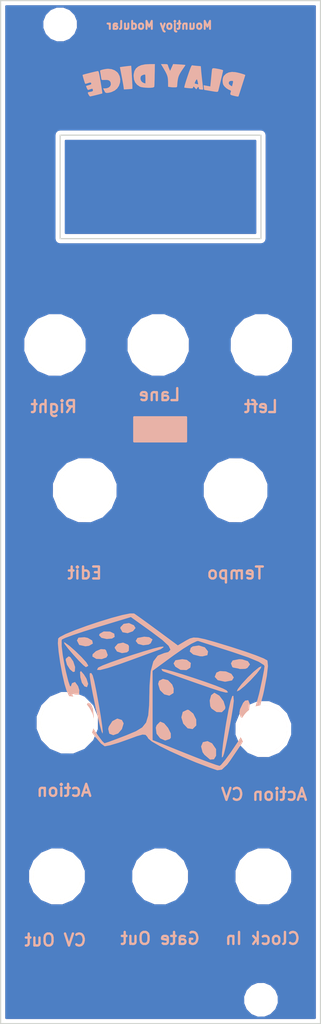
<source format=kicad_pcb>
(kicad_pcb (version 4) (host pcbnew 4.0.7)

  (general
    (links 0)
    (no_connects 0)
    (area 101.621429 35.025 143.878572 173.575)
    (thickness 1.6)
    (drawings 20)
    (tracks 0)
    (zones 0)
    (modules 14)
    (nets 1)
  )

  (page A4)
  (layers
    (0 F.Cu signal hide)
    (31 B.Cu signal hide)
    (32 B.Adhes user hide)
    (33 F.Adhes user hide)
    (34 B.Paste user hide)
    (35 F.Paste user hide)
    (36 B.SilkS user)
    (37 F.SilkS user hide)
    (38 B.Mask user)
    (39 F.Mask user)
    (40 Dwgs.User user hide)
    (41 Cmts.User user hide)
    (42 Eco1.User user hide)
    (43 Eco2.User user hide)
    (44 Edge.Cuts user)
    (45 Margin user hide)
    (46 B.CrtYd user hide)
    (47 F.CrtYd user hide)
    (48 B.Fab user hide)
    (49 F.Fab user hide)
  )

  (setup
    (last_trace_width 0.25)
    (trace_clearance 0.2)
    (zone_clearance 0.508)
    (zone_45_only yes)
    (trace_min 0.2)
    (segment_width 0.2)
    (edge_width 0.15)
    (via_size 0.6)
    (via_drill 0.4)
    (via_min_size 0.4)
    (via_min_drill 0.3)
    (uvia_size 0.3)
    (uvia_drill 0.1)
    (uvias_allowed no)
    (uvia_min_size 0.2)
    (uvia_min_drill 0.1)
    (pcb_text_width 0.3)
    (pcb_text_size 1.5 1.5)
    (mod_edge_width 0.15)
    (mod_text_size 1 1)
    (mod_text_width 0.15)
    (pad_size 1.75 1.75)
    (pad_drill 1.1)
    (pad_to_mask_clearance 0.2)
    (aux_axis_origin 143.25 79.25)
    (grid_origin 103 40)
    (visible_elements 7FFCA601)
    (pcbplotparams
      (layerselection 0x010f0_80000001)
      (usegerberextensions false)
      (excludeedgelayer true)
      (linewidth 0.100000)
      (plotframeref false)
      (viasonmask false)
      (mode 1)
      (useauxorigin false)
      (hpglpennumber 1)
      (hpglpenspeed 20)
      (hpglpendiameter 15)
      (hpglpenoverlay 2)
      (psnegative false)
      (psa4output false)
      (plotreference true)
      (plotvalue true)
      (plotinvisibletext false)
      (padsonsilk false)
      (subtractmaskfromsilk true)
      (outputformat 1)
      (mirror false)
      (drillshape 0)
      (scaleselection 1)
      (outputdirectory "Panel Gerbers/"))
  )

  (net 0 "")

  (net_class Default "This is the default net class."
    (clearance 0.2)
    (trace_width 0.25)
    (via_dia 0.6)
    (via_drill 0.4)
    (uvia_dia 0.3)
    (uvia_drill 0.1)
  )

  (module PlayDice:MountingHole_6.7mm (layer F.Cu) (tedit 5B9BF567) (tstamp 5B9BDFA4)
    (at 122.75 83.25)
    (descr "Mounting Hole 6mm, no annular")
    (tags "mounting hole 6mm no annular")
    (fp_text reference Ref** (at 0 -7) (layer F.SilkS) hide
      (effects (font (size 1 1) (thickness 0.15)))
    )
    (fp_text value MountingHole_6.7mm (at 0 7) (layer F.Fab)
      (effects (font (size 1 1) (thickness 0.15)))
    )
    (fp_circle (center 0 0) (end 3.28 0) (layer Cmts.User) (width 0.15))
    (fp_circle (center 0 0) (end 6.25 0) (layer F.CrtYd) (width 0.05))
    (pad "" np_thru_hole circle (at 0 0) (size 6.7 6.7) (drill 6.7) (layers *.Cu *.Mask F.SilkS))
  )

  (module PlayDice:MountingHole_6.7mm (layer F.Cu) (tedit 5B9BF567) (tstamp 5B9BDFB1)
    (at 135.75 83.25)
    (descr "Mounting Hole 6mm, no annular")
    (tags "mounting hole 6mm no annular")
    (fp_text reference Ref** (at 0 -7) (layer F.SilkS) hide
      (effects (font (size 1 1) (thickness 0.15)))
    )
    (fp_text value MountingHole_6.7mm (at 0 7) (layer F.Fab)
      (effects (font (size 1 1) (thickness 0.15)))
    )
    (fp_circle (center 0 0) (end 3.28 0) (layer Cmts.User) (width 0.15))
    (fp_circle (center 0 0) (end 6.25 0) (layer F.CrtYd) (width 0.05))
    (pad "" np_thru_hole circle (at 0 0) (size 6.7 6.7) (drill 6.7) (layers *.Cu *.Mask F.SilkS))
  )

  (module PlayDice:MountingHole_6.7mm (layer F.Cu) (tedit 5B9BF567) (tstamp 5B9BDF97)
    (at 109.75 83.25)
    (descr "Mounting Hole 6mm, no annular")
    (tags "mounting hole 6mm no annular")
    (fp_text reference Ref** (at 0 -7) (layer F.SilkS) hide
      (effects (font (size 1 1) (thickness 0.15)))
    )
    (fp_text value MountingHole_6.7mm (at 0 7) (layer F.Fab)
      (effects (font (size 1 1) (thickness 0.15)))
    )
    (fp_circle (center 0 0) (end 3.28 0) (layer Cmts.User) (width 0.15))
    (fp_circle (center 0 0) (end 6.25 0) (layer F.CrtYd) (width 0.05))
    (pad "" np_thru_hole circle (at 0 0) (size 6.7 6.7) (drill 6.7) (layers *.Cu *.Mask F.SilkS))
  )

  (module PlayDice:MountingHole_6.7mm (layer F.Cu) (tedit 5B9BF567) (tstamp 5B7C5BE0)
    (at 111.3 130.7)
    (descr "Mounting Hole 6mm, no annular")
    (tags "mounting hole 6mm no annular")
    (fp_text reference ActionButton (at 0 -7) (layer F.SilkS) hide
      (effects (font (size 1 1) (thickness 0.15)))
    )
    (fp_text value MountingHole_6.7mm (at 0 7) (layer F.Fab)
      (effects (font (size 1 1) (thickness 0.15)))
    )
    (fp_circle (center 0 0) (end 3.28 0) (layer Cmts.User) (width 0.15))
    (fp_circle (center 0 0) (end 6.25 0) (layer F.CrtYd) (width 0.05))
    (pad "" np_thru_hole circle (at 0 0) (size 6.7 6.7) (drill 6.7) (layers *.Cu *.Mask F.SilkS))
  )

  (module PlayDice:MountingHole_7mm (layer F.Cu) (tedit 5B9BF67A) (tstamp 5B9BDF83)
    (at 132.5 101.5)
    (descr "Mounting Hole 6mm, no annular")
    (tags "mounting hole 6mm no annular")
    (fp_text reference Ref** (at 0 -7) (layer F.SilkS) hide
      (effects (font (size 1 1) (thickness 0.15)))
    )
    (fp_text value MountingHole_7mm (at 0 7) (layer F.Fab)
      (effects (font (size 1 1) (thickness 0.15)))
    )
    (fp_circle (center 0 0) (end 3.43 0) (layer Cmts.User) (width 0.15))
    (fp_circle (center 0 0) (end 6.25 0) (layer F.CrtYd) (width 0.05))
    (pad "" np_thru_hole circle (at 0 0) (size 7 7) (drill 7) (layers *.Cu *.Mask F.SilkS))
  )

  (module PlayDice:MountingHole_7mm (layer F.Cu) (tedit 5B9BF67A) (tstamp 5B9BDF73)
    (at 113.5 101.5)
    (descr "Mounting Hole 6mm, no annular")
    (tags "mounting hole 6mm no annular")
    (fp_text reference Ref** (at 0 -7) (layer F.SilkS) hide
      (effects (font (size 1 1) (thickness 0.15)))
    )
    (fp_text value MountingHole_7mm (at 0 7) (layer F.Fab)
      (effects (font (size 1 1) (thickness 0.15)))
    )
    (fp_circle (center 0 0) (end 3.43 0) (layer Cmts.User) (width 0.15))
    (fp_circle (center 0 0) (end 6.25 0) (layer F.CrtYd) (width 0.05))
    (pad "" np_thru_hole circle (at 0 0) (size 7 7) (drill 7) (layers *.Cu *.Mask F.SilkS))
  )

  (module PlayDice:MountingHole_6mm (layer B.Cu) (tedit 5B9BF724) (tstamp 5B7B531D)
    (at 136 131.5)
    (descr "Mounting Hole 6mm, no annular")
    (tags "mounting hole 6mm no annular")
    (fp_text reference "" (at 0 7) (layer B.SilkS) hide
      (effects (font (size 1 1) (thickness 0.15)) (justify mirror))
    )
    (fp_text value MountingHole_6mm (at 0 -7) (layer B.Fab)
      (effects (font (size 1 1) (thickness 0.15)) (justify mirror))
    )
    (fp_circle (center 0 0) (end 2.93 0) (layer Cmts.User) (width 0.15))
    (fp_circle (center 0 0) (end 6.25 0) (layer B.CrtYd) (width 0.05))
    (pad 1 np_thru_hole circle (at 0 0) (size 6 6) (drill 6) (layers *.Cu *.Mask B.SilkS))
  )

  (module PlayDice:MountingHole_6mm (layer F.Cu) (tedit 5B9BF724) (tstamp 5B7B5354)
    (at 110 150)
    (descr "Mounting Hole 6mm, no annular")
    (tags "mounting hole 6mm no annular")
    (fp_text reference "" (at 0 -7) (layer F.SilkS) hide
      (effects (font (size 1 1) (thickness 0.15)))
    )
    (fp_text value MountingHole_6mm (at 0 7) (layer F.Fab)
      (effects (font (size 1 1) (thickness 0.15)))
    )
    (fp_circle (center 0 0) (end 2.93 0) (layer Cmts.User) (width 0.15))
    (fp_circle (center 0 0) (end 6.25 0) (layer F.CrtYd) (width 0.05))
    (pad 1 np_thru_hole circle (at 0 0) (size 6 6) (drill 6) (layers *.Cu *.Mask F.SilkS))
  )

  (module PlayDice:MountingHole_6mm (layer F.Cu) (tedit 5B9BF724) (tstamp 5B7C515F)
    (at 136 150)
    (descr "Mounting Hole 6mm, no annular")
    (tags "mounting hole 6mm no annular")
    (fp_text reference "" (at 0 -7) (layer F.SilkS) hide
      (effects (font (size 1 1) (thickness 0.15)))
    )
    (fp_text value MountingHole_6mm (at 0 7) (layer F.Fab)
      (effects (font (size 1 1) (thickness 0.15)))
    )
    (fp_circle (center 0 0) (end 2.93 0) (layer Cmts.User) (width 0.15))
    (fp_circle (center 0 0) (end 6.25 0) (layer F.CrtYd) (width 0.05))
    (pad 1 np_thru_hole circle (at 0 0) (size 6 6) (drill 6) (layers *.Cu *.Mask F.SilkS))
  )

  (module PlayDice:MountingHole_6mm (layer F.Cu) (tedit 5B9BF724) (tstamp 5B7C5158)
    (at 123 150)
    (descr "Mounting Hole 6mm, no annular")
    (tags "mounting hole 6mm no annular")
    (fp_text reference "" (at 0 -7) (layer F.SilkS) hide
      (effects (font (size 1 1) (thickness 0.15)))
    )
    (fp_text value MountingHole_6mm (at 0 7) (layer F.Fab)
      (effects (font (size 1 1) (thickness 0.15)))
    )
    (fp_circle (center 0 0) (end 2.93 0) (layer Cmts.User) (width 0.15))
    (fp_circle (center 0 0) (end 6.25 0) (layer F.CrtYd) (width 0.05))
    (pad 1 np_thru_hole circle (at 0 0) (size 6 6) (drill 6) (layers *.Cu *.Mask F.SilkS))
  )

  (module PlayDice:dice_graphic (layer B.Cu) (tedit 5B7C4F15) (tstamp 5B9E5BF2)
    (at 123.1 126.6 180)
    (fp_text reference Logo (at 0 0 180) (layer B.SilkS) hide
      (effects (font (thickness 0.3)) (justify mirror))
    )
    (fp_text value LOGO (at 0.75 0 180) (layer B.SilkS) hide
      (effects (font (thickness 0.3)) (justify mirror))
    )
    (fp_poly (pts (xy 4.902015 9.417822) (xy 6.253734 9.054301) (xy 7.795058 8.583724) (xy 9.37121 8.057011)
      (xy 10.827414 7.525079) (xy 12.008894 7.038845) (xy 12.760873 6.649228) (xy 12.944691 6.475607)
      (xy 12.980936 5.872198) (xy 12.88534 4.790472) (xy 12.691041 3.43811) (xy 12.431175 2.022792)
      (xy 12.138882 0.752197) (xy 11.911437 0) (xy 11.464242 -0.982129) (xy 10.775119 -2.207825)
      (xy 9.940905 -3.536049) (xy 9.05844 -4.825764) (xy 8.224564 -5.935933) (xy 7.536114 -6.725519)
      (xy 7.089929 -7.053483) (xy 7.066963 -7.055556) (xy 6.424816 -6.935813) (xy 5.364863 -6.622916)
      (xy 4.19998 -6.215006) (xy 3.012797 -5.779026) (xy 2.314797 -5.584352) (xy 1.935478 -5.622037)
      (xy 1.704339 -5.883136) (xy 1.599394 -6.078564) (xy 1.155682 -6.45242) (xy 0.190491 -7.005475)
      (xy -1.155523 -7.673228) (xy -2.741706 -8.391181) (xy -4.427401 -9.094836) (xy -6.071955 -9.719695)
      (xy -7.103766 -10.069469) (xy -7.670273 -9.991116) (xy -8.341864 -9.360018) (xy -8.715449 -8.860472)
      (xy -10.109063 -6.812703) (xy -11.137033 -5.134817) (xy -11.883421 -3.653033) (xy -12.43229 -2.193568)
      (xy -12.867701 -0.582639) (xy -12.995689 -0.011908) (xy -13.334731 1.761058) (xy -13.475453 2.994603)
      (xy -13.052777 2.994603) (xy -12.976152 2.439605) (xy -12.771865 1.390935) (xy -12.4783 0.040661)
      (xy -12.356588 -0.488997) (xy -11.87763 -2.242719) (xy -11.270909 -3.769141) (xy -10.407903 -5.357816)
      (xy -9.688527 -6.499881) (xy -8.835214 -7.762655) (xy -8.099131 -8.766911) (xy -7.575888 -9.38693)
      (xy -7.387894 -9.525) (xy -6.950511 -9.400374) (xy -5.997588 -9.060516) (xy -4.666969 -8.556453)
      (xy -3.096499 -7.939216) (xy -3.000401 -7.900796) (xy 1.058334 -6.276592) (xy 1.058334 2.420972)
      (xy -1.60654 4.367107) (xy -2.619051 5.068227) (xy -1.203785 5.068227) (xy -0.921285 4.772319)
      (xy -0.416443 4.650176) (xy 0.397099 4.332058) (xy 0.953966 3.60135) (xy 1.2885 2.372506)
      (xy 1.435039 0.559978) (xy 1.446276 0.009699) (xy 1.485445 -1.866652) (xy 1.600964 -3.180061)
      (xy 1.867193 -4.073139) (xy 2.358492 -4.688496) (xy 3.14922 -5.168745) (xy 4.313735 -5.656496)
      (xy 4.422973 -5.699215) (xy 5.63817 -6.165169) (xy 6.586724 -6.512867) (xy 7.087324 -6.676143)
      (xy 7.112127 -6.680597) (xy 7.395262 -6.41378) (xy 7.939949 -5.685583) (xy 8.641997 -4.637984)
      (xy 8.843291 -4.321528) (xy 9.629409 -3.075041) (xy 10.330975 -1.967824) (xy 10.813187 -1.21253)
      (xy 10.859702 -1.14052) (xy 11.184931 -0.584109) (xy 11.087717 -0.468207) (xy 10.804232 -0.560902)
      (xy 10.318412 -0.561892) (xy 10.279873 -0.019098) (xy 10.444688 0.500313) (xy 10.825148 1.011928)
      (xy 11.201081 0.86941) (xy 11.352505 0.459369) (xy 11.466438 0.508217) (xy 11.677388 1.132635)
      (xy 11.949733 2.215215) (xy 12.114012 2.969284) (xy 12.369772 4.377289) (xy 12.508855 5.521328)
      (xy 12.513436 6.2294) (xy 12.465501 6.361324) (xy 12.030449 6.567034) (xy 11.05923 6.921278)
      (xy 9.693098 7.375328) (xy 8.073306 7.880461) (xy 7.978671 7.909057) (xy 3.786509 9.17363)
      (xy 1.193929 7.320843) (xy -0.177371 6.290757) (xy -0.966212 5.557129) (xy -1.203785 5.068227)
      (xy -2.619051 5.068227) (xy -2.811283 5.201339) (xy -3.830795 5.823616) (xy -4.516878 6.147431)
      (xy -4.693345 6.16892) (xy -5.180935 6.00955) (xy -6.190627 5.68433) (xy -7.572232 5.241505)
      (xy -9.084028 4.758518) (xy -11.014727 4.09986) (xy -12.321375 3.557048) (xy -12.977095 3.142026)
      (xy -13.052777 2.994603) (xy -13.475453 2.994603) (xy -13.47777 3.014909) (xy -13.417314 3.678398)
      (xy -13.388567 3.724636) (xy -12.942398 3.97207) (xy -11.956981 4.365934) (xy -10.570458 4.8553)
      (xy -8.92097 5.389235) (xy -8.630333 5.478937) (xy -6.823529 6.027323) (xy -5.557096 6.384292)
      (xy -4.697691 6.567995) (xy -4.111972 6.596582) (xy -3.666596 6.488205) (xy -3.22822 6.261013)
      (xy -3.163704 6.223055) (xy -2.125775 5.609935) (xy 0.436418 7.498098) (xy 1.621064 8.365592)
      (xy 2.611259 9.080568) (xy 3.254095 9.533044) (xy 3.386497 9.62003) (xy 3.894677 9.623371)
      (xy 4.902015 9.417822)) (layer B.SilkS) (width 0.01))
    (fp_poly (pts (xy -5.283137 -6.54351) (xy -5.057907 -7.08245) (xy -5.245901 -7.802856) (xy -5.479946 -8.127029)
      (xy -6.185792 -8.727174) (xy -6.678349 -8.685559) (xy -6.946382 -8.242328) (xy -6.938834 -7.412208)
      (xy -6.440636 -6.690656) (xy -5.870149 -6.412122) (xy -5.283137 -6.54351)) (layer B.SilkS) (width 0.01))
    (fp_poly (pts (xy -8.983244 -0.753295) (xy -8.775421 -1.364443) (xy -8.517287 -2.487838) (xy -8.227775 -4.061769)
      (xy -8.11338 -4.765738) (xy -7.835311 -6.639504) (xy -7.68964 -7.875849) (xy -7.677248 -8.459347)
      (xy -7.799013 -8.374568) (xy -7.927355 -8.025695) (xy -8.116204 -7.290735) (xy -8.366103 -6.117518)
      (xy -8.636723 -4.723457) (xy -8.887737 -3.325963) (xy -9.078815 -2.142446) (xy -9.16963 -1.390319)
      (xy -9.172222 -1.314581) (xy -9.121822 -0.716104) (xy -8.983244 -0.753295)) (layer B.SilkS) (width 0.01))
    (fp_poly (pts (xy 0.110679 -3.97608) (xy 0.533751 -4.403674) (xy 0.646492 -4.720487) (xy 0.550766 -5.481088)
      (xy 0.089208 -6.064436) (xy -0.532372 -6.333247) (xy -1.108161 -6.150238) (xy -1.24431 -5.981709)
      (xy -1.240273 -5.446794) (xy -0.897032 -4.75343) (xy -0.396433 -4.170784) (xy 0.079677 -3.968023)
      (xy 0.110679 -3.97608)) (layer B.SilkS) (width 0.01))
    (fp_poly (pts (xy -2.748792 -2.743387) (xy -2.573404 -3.425549) (xy -2.807469 -4.205767) (xy -3.36741 -4.802499)
      (xy -3.992028 -4.893879) (xy -4.444387 -4.446468) (xy -4.447959 -4.437289) (xy -4.442843 -3.70571)
      (xy -4.071444 -2.956307) (xy -3.511677 -2.501662) (xy -3.327905 -2.469445) (xy -2.748792 -2.743387)) (layer B.SilkS) (width 0.01))
    (fp_poly (pts (xy -10.606847 -1.327624) (xy -10.353095 -1.601484) (xy -9.964321 -2.405276) (xy -9.877777 -2.889649)
      (xy -10.064185 -3.433639) (xy -10.480379 -3.475772) (xy -10.911811 -3.062262) (xy -11.085049 -2.62961)
      (xy -11.182445 -1.740927) (xy -10.996275 -1.269331) (xy -10.606847 -1.327624)) (layer B.SilkS) (width 0.01))
    (fp_poly (pts (xy -6.325674 -0.645275) (xy -6.144443 -1.309411) (xy -6.212812 -2.025159) (xy -6.36405 -2.309985)
      (xy -7.013197 -2.75952) (xy -7.669586 -2.774479) (xy -8.077284 -2.379451) (xy -8.113889 -2.141865)
      (xy -7.885422 -1.398233) (xy -7.356559 -0.704149) (xy -6.762106 -0.357014) (xy -6.701352 -0.352778)
      (xy -6.325674 -0.645275)) (layer B.SilkS) (width 0.01))
    (fp_poly (pts (xy 0.234891 1.166745) (xy 0.352778 0.776111) (xy 0.125215 -0.000906) (xy -0.414831 -0.534725)
      (xy -1.05339 -0.69976) (xy -1.576495 -0.370424) (xy -1.582994 -0.360069) (xy -1.603053 0.191475)
      (xy -1.415013 0.698264) (xy -0.885831 1.24307) (xy -0.251735 1.402935) (xy 0.234891 1.166745)) (layer B.SilkS) (width 0.01))
    (fp_poly (pts (xy -12.339667 2.846045) (xy -11.689321 2.312094) (xy -10.936111 1.5875) (xy -10.16181 0.746627)
      (xy -9.671023 0.111156) (xy -9.569004 -0.161597) (xy -9.885333 -0.023823) (xy -10.535678 0.510127)
      (xy -11.288889 1.234722) (xy -12.063189 2.075594) (xy -12.553977 2.711066) (xy -12.655996 2.983818)
      (xy -12.339667 2.846045)) (layer B.SilkS) (width 0.01))
    (fp_poly (pts (xy -0.062684 2.649721) (xy -0.179153 2.413305) (xy -0.39048 2.312728) (xy -0.913604 2.128072)
      (xy -1.938679 1.766108) (xy -3.302377 1.284513) (xy -4.409722 0.893419) (xy -6.245197 0.256958)
      (xy -7.486807 -0.141387) (xy -8.199021 -0.317283) (xy -8.446307 -0.286399) (xy -8.293134 -0.064401)
      (xy -8.272639 -0.045366) (xy -7.810377 0.193736) (xy -6.868177 0.565964) (xy -5.605782 1.018879)
      (xy -4.182935 1.500043) (xy -2.759378 1.957016) (xy -1.494854 2.33736) (xy -0.549107 2.588635)
      (xy -0.081878 2.658403) (xy -0.062684 2.649721)) (layer B.SilkS) (width 0.01))
    (fp_poly (pts (xy -6.989909 2.192131) (xy -6.774885 1.663293) (xy -7.153218 1.249053) (xy -8.012715 1.060522)
      (xy -8.134708 1.058333) (xy -8.956351 1.217174) (xy -9.172222 1.580778) (xy -8.873809 2.039743)
      (xy -8.18854 2.337897) (xy -7.431373 2.387007) (xy -6.989909 2.192131)) (layer B.SilkS) (width 0.01))
    (fp_poly (pts (xy -9.03209 3.720141) (xy -8.819444 3.351389) (xy -8.994617 2.881699) (xy -9.143369 2.822222)
      (xy -9.75192 2.710027) (xy -9.937119 2.649539) (xy -10.628808 2.667299) (xy -10.893113 2.786486)
      (xy -11.213961 3.223457) (xy -10.951468 3.62208) (xy -10.222681 3.858768) (xy -9.856958 3.880555)
      (xy -9.03209 3.720141)) (layer B.SilkS) (width 0.01))
    (fp_poly (pts (xy -1.82435 3.742033) (xy -1.591456 3.347197) (xy -1.810145 2.942875) (xy -2.460623 2.54518)
      (xy -3.220865 2.514434) (xy -3.704166 2.822222) (xy -3.762489 3.402791) (xy -3.256174 3.795089)
      (xy -2.683809 3.880555) (xy -1.82435 3.742033)) (layer B.SilkS) (width 0.01))
    (fp_poly (pts (xy -4.013135 5.484579) (xy -3.754622 5.306844) (xy -3.629415 4.852784) (xy -4.06555 4.467114)
      (xy -4.919703 4.253641) (xy -5.229339 4.238735) (xy -5.847816 4.388841) (xy -5.931291 4.850694)
      (xy -5.528887 5.365072) (xy -4.780485 5.599213) (xy -4.013135 5.484579)) (layer B.SilkS) (width 0.01))
    (fp_poly (pts (xy 6.122548 -3.904142) (xy 6.56791 -4.594465) (xy 6.63912 -4.886723) (xy 6.502926 -5.473387)
      (xy 6.01236 -5.659732) (xy 5.395343 -5.443866) (xy 4.91862 -4.901015) (xy 4.700002 -4.180047)
      (xy 4.915917 -3.762417) (xy 5.497952 -3.578555) (xy 6.122548 -3.904142)) (layer B.SilkS) (width 0.01))
    (fp_poly (pts (xy 8.94183 2.110113) (xy 8.966828 2.086875) (xy 8.962095 1.700082) (xy 8.825815 0.803527)
      (xy 8.595319 -0.427503) (xy 8.30794 -1.817723) (xy 8.001009 -3.191848) (xy 7.711859 -4.374592)
      (xy 7.477821 -5.19067) (xy 7.360024 -5.457569) (xy 7.328607 -5.227018) (xy 7.412171 -4.432773)
      (xy 7.594076 -3.204309) (xy 7.819612 -1.881777) (xy 8.154029 -0.069341) (xy 8.40601 1.141107)
      (xy 8.603004 1.844527) (xy 8.772461 2.135876) (xy 8.94183 2.110113)) (layer B.SilkS) (width 0.01))
    (fp_poly (pts (xy 9.209188 -1.610346) (xy 9.509368 -2.15679) (xy 9.262126 -2.985106) (xy 9.007053 -3.372157)
      (xy 8.619588 -3.838784) (xy 8.493845 -3.713803) (xy 8.477886 -3.292048) (xy 8.57443 -2.340951)
      (xy 8.840828 -1.715611) (xy 9.195946 -1.602605) (xy 9.209188 -1.610346)) (layer B.SilkS) (width 0.01))
    (fp_poly (pts (xy 10.192236 2.25326) (xy 10.150348 1.614705) (xy 9.959214 0.925089) (xy 9.630238 0.467061)
      (xy 9.316816 0.370724) (xy 9.172344 0.766176) (xy 9.172222 0.78512) (xy 9.376954 1.431213)
      (xy 9.709376 1.961046) (xy 10.081197 2.387057) (xy 10.192236 2.25326)) (layer B.SilkS) (width 0.01))
    (fp_poly (pts (xy 11.964957 3.953113) (xy 11.994445 3.771593) (xy 11.832519 3.180026) (xy 11.465088 2.60547)
      (xy 11.069676 2.272859) (xy 10.854992 2.327807) (xy 10.814956 2.891984) (xy 11.049547 3.60867)
      (xy 11.421725 4.14105) (xy 11.630299 4.233333) (xy 11.964957 3.953113)) (layer B.SilkS) (width 0.01))
    (fp_poly (pts (xy 0.085316 5.430936) (xy 0.972003 5.209779) (xy 2.201632 4.852235) (xy 3.613945 4.41015)
      (xy 5.048687 3.935369) (xy 6.3456 3.479739) (xy 7.344428 3.095104) (xy 7.884915 2.833311)
      (xy 7.918955 2.805489) (xy 8.052294 2.538486) (xy 7.64677 2.527542) (xy 6.672203 2.779624)
      (xy 5.098411 3.301699) (xy 3.880556 3.737738) (xy 2.41286 4.272348) (xy 1.165079 4.726016)
      (xy 0.305346 5.037655) (xy 0.037702 5.1339) (xy -0.313442 5.370566) (xy -0.298175 5.463862)
      (xy 0.085316 5.430936)) (layer B.SilkS) (width 0.01))
    (fp_poly (pts (xy 12.123512 5.771986) (xy 11.68923 5.207094) (xy 11.056985 4.46877) (xy 10.37371 3.723237)
      (xy 9.786339 3.13672) (xy 9.458346 2.881018) (xy 9.182014 3.020233) (xy 9.172222 3.104551)
      (xy 9.414087 3.496088) (xy 10.014531 4.155538) (xy 10.785832 4.904317) (xy 11.540268 5.56384)
      (xy 12.090115 5.955521) (xy 12.2129 5.997222) (xy 12.123512 5.771986)) (layer B.SilkS) (width 0.01))
    (fp_poly (pts (xy 8.183658 4.887883) (xy 8.609646 4.499578) (xy 8.632117 4.215633) (xy 8.149686 3.924364)
      (xy 7.453957 3.895795) (xy 6.870613 4.100679) (xy 6.702778 4.388902) (xy 6.913051 4.986422)
      (xy 7.048265 5.110771) (xy 7.568507 5.14513) (xy 8.183658 4.887883)) (layer B.SilkS) (width 0.01))
    (fp_poly (pts (xy 5.423203 5.829836) (xy 5.806608 5.404859) (xy 5.820834 5.286835) (xy 5.535655 4.846195)
      (xy 4.906377 4.645313) (xy 4.272389 4.748865) (xy 4.050416 4.949453) (xy 4.03126 5.524169)
      (xy 4.156044 5.708266) (xy 4.76243 5.958965) (xy 5.423203 5.829836)) (layer B.SilkS) (width 0.01))
    (fp_poly (pts (xy 10.391382 6.577929) (xy 10.583334 6.234786) (xy 10.294612 5.671488) (xy 9.518904 5.500021)
      (xy 9.064506 5.562791) (xy 8.580387 5.844451) (xy 8.662892 6.228434) (xy 9.224807 6.55191)
      (xy 9.640401 6.638015) (xy 10.391382 6.577929)) (layer B.SilkS) (width 0.01))
    (fp_poly (pts (xy 2.956884 6.54501) (xy 3.175 6.173611) (xy 2.885158 5.802303) (xy 2.234458 5.633783)
      (xy 1.551141 5.719338) (xy 1.293519 5.879629) (xy 1.064523 6.360425) (xy 1.48306 6.643618)
      (xy 2.116667 6.702777) (xy 2.956884 6.54501)) (layer B.SilkS) (width 0.01))
    (fp_poly (pts (xy 7.229972 7.349974) (xy 7.72078 7.067656) (xy 7.790713 6.879166) (xy 7.492038 6.564621)
      (xy 6.836555 6.419346) (xy 6.159775 6.476589) (xy 5.831789 6.685051) (xy 5.882472 7.080933)
      (xy 6.405919 7.343251) (xy 7.169718 7.361479) (xy 7.229972 7.349974)) (layer B.SilkS) (width 0.01))
    (fp_poly (pts (xy 4.698179 8.314153) (xy 5.095658 7.902868) (xy 5.115278 7.761111) (xy 4.842317 7.268352)
      (xy 4.194575 7.149737) (xy 3.530727 7.394085) (xy 3.205287 7.79207) (xy 3.405061 8.132282)
      (xy 4.028688 8.413621) (xy 4.698179 8.314153)) (layer B.SilkS) (width 0.01))
  )

  (module PlayDice:PlayDiceText2 (layer B.Cu) (tedit 0) (tstamp 5B9E62B1)
    (at 122.8 50.9 180)
    (fp_text reference G*** (at 0 0 180) (layer B.SilkS) hide
      (effects (font (thickness 0.3)) (justify mirror))
    )
    (fp_text value LOGO (at 0.75 0 180) (layer B.SilkS) hide
      (effects (font (thickness 0.3)) (justify mirror))
    )
    (fp_poly (pts (xy -8.838207 1.873605) (xy -8.503218 1.715533) (xy -8.246757 1.471917) (xy -8.15747 1.32909)
      (xy -8.090274 1.106622) (xy -8.067781 0.825094) (xy -8.090048 0.543934) (xy -8.156507 0.323773)
      (xy -8.324089 0.095281) (xy -8.564833 -0.120282) (xy -8.828347 -0.280587) (xy -8.918763 -0.316513)
      (xy -9.075222 -0.387377) (xy -9.122653 -0.467607) (xy -9.117725 -0.49786) (xy -9.057333 -0.705963)
      (xy -9.038952 -0.838522) (xy -9.080903 -0.921038) (xy -9.201509 -0.979009) (xy -9.419092 -1.037932)
      (xy -9.524744 -1.064302) (xy -9.804182 -1.127947) (xy -9.977772 -1.150589) (xy -10.059362 -1.133673)
      (xy -10.068026 -1.120942) (xy -10.108582 -1.001792) (xy -10.176995 -0.794115) (xy -10.266449 -0.519201)
      (xy -10.370126 -0.198342) (xy -10.481209 0.147171) (xy -10.59288 0.496048) (xy -10.651854 0.681153)
      (xy -9.386174 0.681153) (xy -9.348776 0.496922) (xy -9.326645 0.407862) (xy -9.25529 0.124485)
      (xy -9.05677 0.240083) (xy -8.915576 0.357353) (xy -8.839602 0.487765) (xy -8.837501 0.498836)
      (xy -8.861319 0.679245) (xy -8.987683 0.791059) (xy -9.183526 0.8255) (xy -9.312796 0.818457)
      (xy -9.377263 0.779336) (xy -9.386174 0.681153) (xy -10.651854 0.681153) (xy -10.698321 0.826996)
      (xy -10.790715 1.118727) (xy -10.863245 1.349947) (xy -10.909094 1.499367) (xy -10.922 1.546027)
      (xy -10.864745 1.585487) (xy -10.711902 1.644175) (xy -10.491858 1.713759) (xy -10.232998 1.785905)
      (xy -9.963709 1.852281) (xy -9.712377 1.904553) (xy -9.682659 1.90985) (xy -9.236447 1.940317)
      (xy -8.838207 1.873605)) (layer B.SilkS) (width 0.01))
    (fp_poly (pts (xy 7.682452 2.042285) (xy 7.684673 2.041961) (xy 7.824397 2.015262) (xy 8.043148 1.966425)
      (xy 8.314443 1.902124) (xy 8.611797 1.829033) (xy 8.908729 1.753825) (xy 9.178752 1.683174)
      (xy 9.395384 1.623752) (xy 9.532141 1.582235) (xy 9.565698 1.567969) (xy 9.559918 1.500591)
      (xy 9.523638 1.346514) (xy 9.466861 1.139406) (xy 9.399589 0.912935) (xy 9.331824 0.700769)
      (xy 9.273569 0.536578) (xy 9.234827 0.454029) (xy 9.234722 0.453906) (xy 9.169386 0.459814)
      (xy 9.021146 0.498644) (xy 8.886668 0.540857) (xy 8.689308 0.600157) (xy 8.576519 0.612868)
      (xy 8.5155 0.5809) (xy 8.502587 0.563202) (xy 8.463863 0.457526) (xy 8.514542 0.378538)
      (xy 8.669544 0.311362) (xy 8.788522 0.278143) (xy 8.969804 0.22784) (xy 9.092882 0.186109)
      (xy 9.120346 0.17182) (xy 9.114834 0.101624) (xy 9.065372 -0.029424) (xy 8.994592 -0.174025)
      (xy 8.925124 -0.284881) (xy 8.886222 -0.3175) (xy 8.804037 -0.298033) (xy 8.650289 -0.249216)
      (xy 8.585515 -0.226842) (xy 8.421071 -0.175069) (xy 8.33682 -0.173189) (xy 8.295885 -0.221854)
      (xy 8.291781 -0.232035) (xy 8.257408 -0.393077) (xy 8.318707 -0.488765) (xy 8.490519 -0.541975)
      (xy 8.493125 -0.542417) (xy 8.731973 -0.584216) (xy 8.86479 -0.622261) (xy 8.910332 -0.676401)
      (xy 8.887355 -0.766485) (xy 8.824441 -0.893035) (xy 8.730954 -1.043236) (xy 8.645071 -1.128326)
      (xy 8.618834 -1.135967) (xy 8.528997 -1.118659) (xy 8.343731 -1.07693) (xy 8.090805 -1.0172)
      (xy 7.822178 -0.951854) (xy 7.538466 -0.88053) (xy 7.304084 -0.818942) (xy 7.144143 -0.773871)
      (xy 7.084007 -0.752512) (xy 7.088445 -0.686252) (xy 7.11172 -0.512951) (xy 7.151072 -0.250719)
      (xy 7.203744 0.082336) (xy 7.266974 0.468104) (xy 7.300276 0.66675) (xy 7.377028 1.118978)
      (xy 7.43708 1.461) (xy 7.484641 1.707879) (xy 7.523923 1.874676) (xy 7.559135 1.976454)
      (xy 7.594487 2.028273) (xy 7.634189 2.045196) (xy 7.682452 2.042285)) (layer B.SilkS) (width 0.01))
    (fp_poly (pts (xy 6.535003 2.322956) (xy 6.79341 2.284018) (xy 7.034946 2.232812) (xy 7.229163 2.177462)
      (xy 7.345612 2.126095) (xy 7.36552 2.101324) (xy 7.355573 2.016192) (xy 7.330545 1.844542)
      (xy 7.296546 1.625077) (xy 7.259683 1.396501) (xy 7.226066 1.197515) (xy 7.203617 1.075623)
      (xy 7.178047 0.986321) (xy 7.126244 0.940711) (xy 7.015918 0.928339) (xy 6.814781 0.938753)
      (xy 6.78699 0.940749) (xy 6.467037 0.939595) (xy 6.243563 0.876394) (xy 6.097949 0.742778)
      (xy 6.031895 0.60142) (xy 6.008073 0.357334) (xy 6.094151 0.146214) (xy 6.274047 -0.015017)
      (xy 6.53168 -0.109436) (xy 6.724097 -0.127) (xy 6.983349 -0.127) (xy 6.844521 -0.41275)
      (xy 6.751804 -0.584697) (xy 6.667342 -0.668823) (xy 6.5524 -0.695292) (xy 6.480221 -0.696426)
      (xy 6.286126 -0.673683) (xy 6.04651 -0.618193) (xy 5.92661 -0.580957) (xy 5.52458 -0.394609)
      (xy 5.219984 -0.141028) (xy 4.994259 0.19531) (xy 4.991314 0.201193) (xy 4.85491 0.600091)
      (xy 4.826848 1.009549) (xy 4.903614 1.403065) (xy 5.081693 1.75414) (xy 5.21885 1.916851)
      (xy 5.533273 2.145768) (xy 5.918324 2.288285) (xy 6.343665 2.335042) (xy 6.535003 2.322956)) (layer B.SilkS) (width 0.01))
    (fp_poly (pts (xy -6.861593 2.401496) (xy -6.7801 2.358339) (xy -6.73965 2.266214) (xy -6.719148 2.11787)
      (xy -6.70937 2.016125) (xy -6.686677 1.786677) (xy -6.655886 1.475975) (xy -6.621468 1.129142)
      (xy -6.59537 0.866437) (xy -6.52054 0.113623) (xy -6.30827 0.152062) (xy -6.084819 0.192556)
      (xy -5.8887 0.228133) (xy -5.6814 0.265766) (xy -5.704594 -0.025867) (xy -5.726348 -0.198417)
      (xy -5.755046 -0.303274) (xy -5.76902 -0.317921) (xy -5.844418 -0.328311) (xy -6.01853 -0.356242)
      (xy -6.264968 -0.397385) (xy -6.5405 -0.4445) (xy -6.901049 -0.506389) (xy -7.156214 -0.545508)
      (xy -7.325937 -0.559656) (xy -7.430159 -0.546629) (xy -7.488821 -0.504225) (xy -7.521863 -0.43024)
      (xy -7.546535 -0.333375) (xy -7.709942 0.335094) (xy -7.848154 0.905807) (xy -7.960057 1.374042)
      (xy -8.044536 1.735074) (xy -8.100478 1.984177) (xy -8.126768 2.116628) (xy -8.128757 2.135057)
      (xy -8.070206 2.177361) (xy -7.913617 2.230324) (xy -7.686498 2.285452) (xy -7.563274 2.309682)
      (xy -7.232085 2.369916) (xy -7.005223 2.402938) (xy -6.861593 2.401496)) (layer B.SilkS) (width 0.01))
    (fp_poly (pts (xy -4.197502 2.757807) (xy -4.141147 2.687866) (xy -4.070115 2.544605) (xy -3.977375 2.313297)
      (xy -3.855895 1.979216) (xy -3.818922 1.874234) (xy -3.655498 1.399824) (xy -3.513278 0.970693)
      (xy -3.396478 0.600779) (xy -3.309313 0.304019) (xy -3.255999 0.094352) (xy -3.240752 -0.014284)
      (xy -3.244409 -0.025264) (xy -3.315351 -0.04149) (xy -3.481268 -0.06349) (xy -3.710513 -0.087249)
      (xy -3.787923 -0.094207) (xy -4.043268 -0.114544) (xy -4.200051 -0.117772) (xy -4.286131 -0.098919)
      (xy -4.329365 -0.053013) (xy -4.351789 0.006422) (xy -4.384895 0.093506) (xy -4.426155 0.104013)
      (xy -4.505589 0.030797) (xy -4.575649 -0.04688) (xy -4.753316 -0.245724) (xy -4.854622 -0.091112)
      (xy -4.963565 0.035656) (xy -5.042121 0.048726) (xy -5.078725 -0.052033) (xy -5.08 -0.08858)
      (xy -5.097659 -0.18866) (xy -5.173772 -0.239772) (xy -5.3373 -0.265197) (xy -5.501789 -0.276951)
      (xy -5.600467 -0.276534) (xy -5.610837 -0.273496) (xy -5.609391 -0.208196) (xy -5.594412 -0.03966)
      (xy -5.568211 0.20934) (xy -5.549287 0.374647) (xy -4.999483 0.374647) (xy -4.801617 0.417041)
      (xy -4.648973 0.454858) (xy -4.557165 0.486845) (xy -4.556598 0.487174) (xy -4.553896 0.553063)
      (xy -4.599665 0.681925) (xy -4.672533 0.830664) (xy -4.751123 0.956182) (xy -4.814064 1.015386)
      (xy -4.818877 1.016) (xy -4.860455 0.959488) (xy -4.908587 0.814697) (xy -4.936077 0.695324)
      (xy -4.999483 0.374647) (xy -5.549287 0.374647) (xy -5.533101 0.516034) (xy -5.517143 0.649246)
      (xy -5.472073 1.034791) (xy -5.428494 1.43206) (xy -5.391114 1.796623) (xy -5.364637 2.084051)
      (xy -5.362782 2.106691) (xy -5.318352 2.657631) (xy -4.834051 2.699098) (xy -4.58648 2.722779)
      (xy -4.38005 2.747009) (xy -4.254785 2.767019) (xy -4.246212 2.769154) (xy -4.197502 2.757807)) (layer B.SilkS) (width 0.01))
    (fp_poly (pts (xy 3.515161 2.70891) (xy 3.671959 2.694759) (xy 3.889581 2.671583) (xy 4.135474 2.643098)
      (xy 4.377084 2.613016) (xy 4.581859 2.585054) (xy 4.672096 2.571074) (xy 4.867442 2.538384)
      (xy 4.660009 1.475567) (xy 4.587174 1.095616) (xy 4.520042 0.732962) (xy 4.463909 0.417148)
      (xy 4.424071 0.177712) (xy 4.409722 0.079375) (xy 4.366866 -0.254) (xy 4.104308 -0.242906)
      (xy 3.856781 -0.229063) (xy 3.599242 -0.209911) (xy 3.571875 -0.207504) (xy 3.302 -0.183197)
      (xy 3.302 0.128516) (xy 3.305489 0.273165) (xy 3.315065 0.504489) (xy 3.329389 0.799403)
      (xy 3.347122 1.134818) (xy 3.366923 1.487647) (xy 3.387456 1.834803) (xy 3.40738 2.153199)
      (xy 3.425357 2.419748) (xy 3.440047 2.611362) (xy 3.450111 2.704954) (xy 3.451739 2.710321)
      (xy 3.515161 2.70891)) (layer B.SilkS) (width 0.01))
    (fp_poly (pts (xy 1.702842 2.887284) (xy 2.189401 2.784905) (xy 2.572978 2.612018) (xy 2.856082 2.366779)
      (xy 3.041223 2.047342) (xy 3.13091 1.651864) (xy 3.140766 1.42875) (xy 3.092805 0.986049)
      (xy 2.949847 0.623253) (xy 2.705129 0.328917) (xy 2.351885 0.091601) (xy 2.3495 0.090365)
      (xy 2.179699 0.036639) (xy 1.920269 -0.006289) (xy 1.608316 -0.035846) (xy 1.280944 -0.04946)
      (xy 0.975257 -0.04456) (xy 0.742374 -0.021035) (xy 0.605004 0.024612) (xy 0.540334 0.083955)
      (xy 0.532274 0.1671) (xy 0.52303 0.357666) (xy 0.513255 0.636088) (xy 0.503604 0.982801)
      (xy 0.502539 1.030283) (xy 1.651 1.030283) (xy 1.651 0.494233) (xy 1.825625 0.535257)
      (xy 1.993233 0.612668) (xy 2.143125 0.736182) (xy 2.252632 0.93462) (xy 2.284415 1.165334)
      (xy 2.233396 1.37389) (xy 2.206625 1.416845) (xy 2.104483 1.499321) (xy 1.952242 1.570795)
      (xy 1.799663 1.613435) (xy 1.696507 1.609408) (xy 1.687529 1.602864) (xy 1.670855 1.52671)
      (xy 1.658174 1.355543) (xy 1.651524 1.121335) (xy 1.651 1.030283) (xy 0.502539 1.030283)
      (xy 0.494731 1.37824) (xy 0.491651 1.539875) (xy 0.466632 2.921) (xy 1.11079 2.921)
      (xy 1.702842 2.887284)) (layer B.SilkS) (width 0.01))
    (fp_poly (pts (xy -1.645778 2.496612) (xy -1.452966 2.06687) (xy -1.340294 2.31931) (xy -1.257381 2.523339)
      (xy -1.193541 2.711625) (xy -1.184101 2.746375) (xy -1.15355 2.839954) (xy -1.099704 2.892238)
      (xy -0.990886 2.915217) (xy -0.795417 2.920883) (xy -0.722768 2.921) (xy -0.304956 2.921)
      (xy -0.448885 2.682875) (xy -0.692131 2.276018) (xy -0.875835 1.951792) (xy -1.008488 1.685588)
      (xy -1.098581 1.452797) (xy -1.154604 1.22881) (xy -1.185048 0.989017) (xy -1.198403 0.708808)
      (xy -1.201865 0.500434) (xy -1.2065 0.080117) (xy -1.444625 0.040758) (xy -1.670785 0.014105)
      (xy -1.909048 0.002605) (xy -2.120776 0.006188) (xy -2.267334 0.024783) (xy -2.307167 0.042334)
      (xy -2.334622 0.127498) (xy -2.351164 0.287918) (xy -2.352841 0.343959) (xy -2.3662 0.542342)
      (xy -2.397804 0.805635) (xy -2.437322 1.056241) (xy -2.485255 1.265391) (xy -2.558764 1.473478)
      (xy -2.668647 1.700386) (xy -2.825706 1.966001) (xy -3.040741 2.290208) (xy -3.324552 2.692891)
      (xy -3.331505 2.702579) (xy -3.369757 2.789644) (xy -3.363255 2.814099) (xy -3.291918 2.827778)
      (xy -3.119791 2.845506) (xy -2.872919 2.864962) (xy -2.58617 2.883322) (xy -1.83859 2.926353)
      (xy -1.645778 2.496612)) (layer B.SilkS) (width 0.01))
  )

  (module PlayDice:MountingHole_3.2mm (layer F.Cu) (tedit 5B9E61CD) (tstamp 5B9E66F1)
    (at 110.4 43)
    (descr "Mounting Hole 6mm, no annular")
    (tags "mounting hole 6mm no annular")
    (fp_text reference Ref** (at 0 -7) (layer F.SilkS) hide
      (effects (font (size 1 1) (thickness 0.15)))
    )
    (fp_text value MountingHole_3.2mm (at 0 7) (layer F.Fab)
      (effects (font (size 1 1) (thickness 0.15)))
    )
    (fp_circle (center 0 0) (end 1.54 0) (layer Cmts.User) (width 0.15))
    (fp_circle (center 0 0) (end 2 0) (layer F.CrtYd) (width 0.05))
    (pad "" np_thru_hole circle (at 0 0) (size 3.2 3.2) (drill 3.2) (layers *.Cu *.Mask F.SilkS))
  )

  (module PlayDice:MountingHole_3.2mm (layer F.Cu) (tedit 5B9E61CD) (tstamp 5B9E670C)
    (at 135.7 165.5)
    (descr "Mounting Hole 6mm, no annular")
    (tags "mounting hole 6mm no annular")
    (fp_text reference Ref** (at 0 -7) (layer F.SilkS) hide
      (effects (font (size 1 1) (thickness 0.15)))
    )
    (fp_text value MountingHole_3.2mm (at 0 7) (layer F.Fab)
      (effects (font (size 1 1) (thickness 0.15)))
    )
    (fp_circle (center 0 0) (end 1.54 0) (layer Cmts.User) (width 0.15))
    (fp_circle (center 0 0) (end 2 0) (layer F.CrtYd) (width 0.05))
    (pad "" np_thru_hole circle (at 0 0) (size 3.2 3.2) (drill 3.2) (layers *.Cu *.Mask F.SilkS))
  )

  (gr_text Setup (at 123 93.6) (layer B.Mask)
    (effects (font (size 1.5 1.5) (thickness 0.3)) (justify mirror))
  )
  (gr_text "Mountjoy Modular" (at 122.9 43.1) (layer B.SilkS)
    (effects (font (size 1 1) (thickness 0.25)) (justify mirror))
  )
  (gr_text Action (at 110.9 139.2) (layer B.SilkS)
    (effects (font (size 1.5 1.5) (thickness 0.3)) (justify mirror))
  )
  (gr_text "Action CV" (at 136.1 139.7) (layer B.SilkS)
    (effects (font (size 1.5 1.5) (thickness 0.3)) (justify mirror))
  )
  (gr_text Edit (at 113.5 111.9) (layer B.SilkS)
    (effects (font (size 1.5 1.5) (thickness 0.3)) (justify mirror))
  )
  (gr_text Tempo (at 132.5 111.9) (layer B.SilkS)
    (effects (font (size 1.5 1.5) (thickness 0.3)) (justify mirror))
  )
  (gr_text "Lane\n" (at 122.9 89.5) (layer B.SilkS)
    (effects (font (size 1.5 1.5) (thickness 0.3)) (justify mirror))
  )
  (gr_text Right (at 109.6 91) (layer B.SilkS)
    (effects (font (size 1.5 1.5) (thickness 0.3)) (justify mirror))
  )
  (gr_text Left (at 135.7 91) (layer B.SilkS)
    (effects (font (size 1.5 1.5) (thickness 0.3)) (justify mirror))
  )
  (gr_line (start 110.4 56.9) (end 135.7 56.9) (angle 90) (layer Edge.Cuts) (width 0.15))
  (gr_line (start 110.4 69.9) (end 110.4 56.9) (angle 90) (layer Edge.Cuts) (width 0.15))
  (gr_line (start 135.7 69.9) (end 110.4 69.9) (angle 90) (layer Edge.Cuts) (width 0.15))
  (gr_line (start 135.7 56.9) (end 135.7 69.9) (angle 90) (layer Edge.Cuts) (width 0.15))
  (gr_text "Gate Out" (at 123 157.8) (layer B.SilkS)
    (effects (font (size 1.5 1.5) (thickness 0.3)) (justify mirror))
  )
  (gr_line (start 102.9 40) (end 102.9 168.5) (angle 90) (layer Edge.Cuts) (width 0.15))
  (gr_text "CV Out" (at 109.8 158) (layer B.SilkS)
    (effects (font (size 1.5 1.5) (thickness 0.3)) (justify mirror))
  )
  (gr_text "Clock In" (at 135.9 157.8) (layer B.SilkS)
    (effects (font (size 1.5 1.5) (thickness 0.3)) (justify mirror))
  )
  (gr_line (start 143.2 168.5) (end 102.9 168.5) (angle 90) (layer Edge.Cuts) (width 0.15))
  (gr_line (start 143.2 40) (end 143.2 168.5) (angle 90) (layer Edge.Cuts) (width 0.15))
  (gr_line (start 102.9 40) (end 143.2 40) (angle 90) (layer Edge.Cuts) (width 0.15))

  (zone (net 0) (net_name "") (layer B.SilkS) (tstamp 5BDD9AB4) (hatch edge 0.508)
    (connect_pads (clearance 0.508))
    (min_thickness 0.254)
    (fill yes (arc_segments 16) (thermal_gap 0.508) (thermal_bridge_width 0.508))
    (polygon
      (pts
        (xy 126.4 95.5) (xy 119.6 95.5) (xy 119.6 92.2) (xy 126.4 92.2)
      )
    )
    (filled_polygon
      (pts
        (xy 126.273 95.373) (xy 119.727 95.373) (xy 119.727 92.327) (xy 126.273 92.327)
      )
    )
  )
  (zone (net 0) (net_name "") (layer B.Cu) (tstamp 5BDDA08B) (hatch edge 0.508)
    (connect_pads (clearance 0.508))
    (min_thickness 0.254)
    (fill yes (arc_segments 16) (thermal_gap 0.508) (thermal_bridge_width 0.508))
    (polygon
      (pts
        (xy 102.9 40) (xy 143.2 40) (xy 143.2 168.5) (xy 102.9 168.5)
      )
    )
    (filled_polygon
      (pts
        (xy 142.49 167.79) (xy 103.61 167.79) (xy 103.61 165.092346) (xy 133.457974 165.092346) (xy 133.464984 165.517425)
        (xy 133.464613 165.942619) (xy 133.472303 165.96123) (xy 133.472635 165.981363) (xy 133.78464 166.73461) (xy 133.793845 166.73942)
        (xy 133.804155 166.764372) (xy 134.432321 167.393636) (xy 134.460057 167.405153) (xy 134.46539 167.41536) (xy 134.860797 167.571554)
        (xy 135.253481 167.734611) (xy 135.273619 167.734629) (xy 135.292346 167.742026) (xy 135.717425 167.735016) (xy 136.142619 167.735387)
        (xy 136.16123 167.727697) (xy 136.181363 167.727365) (xy 136.93461 167.41536) (xy 136.93942 167.406155) (xy 136.964372 167.395845)
        (xy 137.593636 166.767679) (xy 137.605153 166.739943) (xy 137.61536 166.73461) (xy 137.771554 166.339203) (xy 137.934611 165.946519)
        (xy 137.934629 165.926381) (xy 137.942026 165.907654) (xy 137.935016 165.482575) (xy 137.935387 165.057381) (xy 137.927697 165.03877)
        (xy 137.927365 165.018637) (xy 137.61536 164.26539) (xy 137.606155 164.26058) (xy 137.595845 164.235628) (xy 136.967679 163.606364)
        (xy 136.939943 163.594847) (xy 136.93461 163.58464) (xy 136.539203 163.428446) (xy 136.146519 163.265389) (xy 136.126381 163.265371)
        (xy 136.107654 163.257974) (xy 135.682575 163.264984) (xy 135.257381 163.264613) (xy 135.23877 163.272303) (xy 135.218637 163.272635)
        (xy 134.46539 163.58464) (xy 134.46058 163.593845) (xy 134.435628 163.604155) (xy 133.806364 164.232321) (xy 133.794847 164.260057)
        (xy 133.78464 164.26539) (xy 133.628446 164.660797) (xy 133.465389 165.053481) (xy 133.465371 165.073619) (xy 133.457974 165.092346)
        (xy 103.61 165.092346) (xy 103.61 150.704875) (xy 106.361432 150.704875) (xy 106.364377 150.712086) (xy 106.36437 150.719874)
        (xy 106.637612 151.38117) (xy 106.908146 152.043639) (xy 106.916512 152.05616) (xy 106.9166 152.056372) (xy 106.916764 152.056536)
        (xy 106.928723 152.074434) (xy 106.949861 152.089691) (xy 107.914683 153.056198) (xy 107.925566 153.071277) (xy 107.932746 153.074293)
        (xy 107.938249 153.079806) (xy 108.599149 153.354236) (xy 109.2588 153.631342) (xy 109.266588 153.631381) (xy 109.273782 153.634368)
        (xy 109.989334 153.634992) (xy 110.704875 153.638568) (xy 110.712086 153.635623) (xy 110.719874 153.63563) (xy 111.38117 153.362388)
        (xy 112.043639 153.091854) (xy 112.05616 153.083488) (xy 112.056372 153.0834) (xy 112.056536 153.083236) (xy 112.074434 153.071277)
        (xy 112.089691 153.050139) (xy 113.056198 152.085317) (xy 113.071277 152.074434) (xy 113.074293 152.067254) (xy 113.079806 152.061751)
        (xy 113.354236 151.400851) (xy 113.631342 150.7412) (xy 113.631381 150.733412) (xy 113.634368 150.726218) (xy 113.634386 150.704875)
        (xy 119.361432 150.704875) (xy 119.364377 150.712086) (xy 119.36437 150.719874) (xy 119.637612 151.38117) (xy 119.908146 152.043639)
        (xy 119.916512 152.05616) (xy 119.9166 152.056372) (xy 119.916764 152.056536) (xy 119.928723 152.074434) (xy 119.949861 152.089691)
        (xy 120.914683 153.056198) (xy 120.925566 153.071277) (xy 120.932746 153.074293) (xy 120.938249 153.079806) (xy 121.599149 153.354236)
        (xy 122.2588 153.631342) (xy 122.266588 153.631381) (xy 122.273782 153.634368) (xy 122.989334 153.634992) (xy 123.704875 153.638568)
        (xy 123.712086 153.635623) (xy 123.719874 153.63563) (xy 124.38117 153.362388) (xy 125.043639 153.091854) (xy 125.05616 153.083488)
        (xy 125.056372 153.0834) (xy 125.056536 153.083236) (xy 125.074434 153.071277) (xy 125.089691 153.050139) (xy 126.056198 152.085317)
        (xy 126.071277 152.074434) (xy 126.074293 152.067254) (xy 126.079806 152.061751) (xy 126.354236 151.400851) (xy 126.631342 150.7412)
        (xy 126.631381 150.733412) (xy 126.634368 150.726218) (xy 126.634386 150.704875) (xy 132.361432 150.704875) (xy 132.364377 150.712086)
        (xy 132.36437 150.719874) (xy 132.637612 151.38117) (xy 132.908146 152.043639) (xy 132.916512 152.05616) (xy 132.9166 152.056372)
        (xy 132.916764 152.056536) (xy 132.928723 152.074434) (xy 132.949861 152.089691) (xy 133.914683 153.056198) (xy 133.925566 153.071277)
        (xy 133.932746 153.074293) (xy 133.938249 153.079806) (xy 134.599149 153.354236) (xy 135.2588 153.631342) (xy 135.266588 153.631381)
        (xy 135.273782 153.634368) (xy 135.989334 153.634992) (xy 136.704875 153.638568) (xy 136.712086 153.635623) (xy 136.719874 153.63563)
        (xy 137.38117 153.362388) (xy 138.043639 153.091854) (xy 138.05616 153.083488) (xy 138.056372 153.0834) (xy 138.056536 153.083236)
        (xy 138.074434 153.071277) (xy 138.089691 153.050139) (xy 139.056198 152.085317) (xy 139.071277 152.074434) (xy 139.074293 152.067254)
        (xy 139.079806 152.061751) (xy 139.354236 151.400851) (xy 139.631342 150.7412) (xy 139.631381 150.733412) (xy 139.634368 150.726218)
        (xy 139.634992 150.010666) (xy 139.638568 149.295125) (xy 139.635623 149.287914) (xy 139.63563 149.280126) (xy 139.362388 148.61883)
        (xy 139.091854 147.956361) (xy 139.083488 147.94384) (xy 139.0834 147.943628) (xy 139.083236 147.943464) (xy 139.071277 147.925566)
        (xy 139.050139 147.910309) (xy 138.085317 146.943802) (xy 138.074434 146.928723) (xy 138.067254 146.925707) (xy 138.061751 146.920194)
        (xy 137.400851 146.645764) (xy 136.7412 146.368658) (xy 136.733412 146.368619) (xy 136.726218 146.365632) (xy 136.010666 146.365008)
        (xy 135.295125 146.361432) (xy 135.287914 146.364377) (xy 135.280126 146.36437) (xy 134.61883 146.637612) (xy 133.956361 146.908146)
        (xy 133.94384 146.916512) (xy 133.943628 146.9166) (xy 133.943464 146.916764) (xy 133.925566 146.928723) (xy 133.910309 146.949861)
        (xy 132.943802 147.914683) (xy 132.928723 147.925566) (xy 132.925707 147.932746) (xy 132.920194 147.938249) (xy 132.645764 148.599149)
        (xy 132.368658 149.2588) (xy 132.368619 149.266588) (xy 132.365632 149.273782) (xy 132.365008 149.989334) (xy 132.361432 150.704875)
        (xy 126.634386 150.704875) (xy 126.634992 150.010666) (xy 126.638568 149.295125) (xy 126.635623 149.287914) (xy 126.63563 149.280126)
        (xy 126.362388 148.61883) (xy 126.091854 147.956361) (xy 126.083488 147.94384) (xy 126.0834 147.943628) (xy 126.083236 147.943464)
        (xy 126.071277 147.925566) (xy 126.050139 147.910309) (xy 125.085317 146.943802) (xy 125.074434 146.928723) (xy 125.067254 146.925707)
        (xy 125.061751 146.920194) (xy 124.400851 146.645764) (xy 123.7412 146.368658) (xy 123.733412 146.368619) (xy 123.726218 146.365632)
        (xy 123.010666 146.365008) (xy 122.295125 146.361432) (xy 122.287914 146.364377) (xy 122.280126 146.36437) (xy 121.61883 146.637612)
        (xy 120.956361 146.908146) (xy 120.94384 146.916512) (xy 120.943628 146.9166) (xy 120.943464 146.916764) (xy 120.925566 146.928723)
        (xy 120.910309 146.949861) (xy 119.943802 147.914683) (xy 119.928723 147.925566) (xy 119.925707 147.932746) (xy 119.920194 147.938249)
        (xy 119.645764 148.599149) (xy 119.368658 149.2588) (xy 119.368619 149.266588) (xy 119.365632 149.273782) (xy 119.365008 149.989334)
        (xy 119.361432 150.704875) (xy 113.634386 150.704875) (xy 113.634992 150.010666) (xy 113.638568 149.295125) (xy 113.635623 149.287914)
        (xy 113.63563 149.280126) (xy 113.362388 148.61883) (xy 113.091854 147.956361) (xy 113.083488 147.94384) (xy 113.0834 147.943628)
        (xy 113.083236 147.943464) (xy 113.071277 147.925566) (xy 113.050139 147.910309) (xy 112.085317 146.943802) (xy 112.074434 146.928723)
        (xy 112.067254 146.925707) (xy 112.061751 146.920194) (xy 111.400851 146.645764) (xy 110.7412 146.368658) (xy 110.733412 146.368619)
        (xy 110.726218 146.365632) (xy 110.010666 146.365008) (xy 109.295125 146.361432) (xy 109.287914 146.364377) (xy 109.280126 146.36437)
        (xy 108.61883 146.637612) (xy 107.956361 146.908146) (xy 107.94384 146.916512) (xy 107.943628 146.9166) (xy 107.943464 146.916764)
        (xy 107.925566 146.928723) (xy 107.910309 146.949861) (xy 106.943802 147.914683) (xy 106.928723 147.925566) (xy 106.925707 147.932746)
        (xy 106.920194 147.938249) (xy 106.645764 148.599149) (xy 106.368658 149.2588) (xy 106.368619 149.266588) (xy 106.365632 149.273782)
        (xy 106.365008 149.989334) (xy 106.361432 150.704875) (xy 103.61 150.704875) (xy 103.61 131.46073) (xy 107.308779 131.46073)
        (xy 107.314323 131.474423) (xy 107.31431 131.489188) (xy 107.611532 132.208521) (xy 107.903712 132.930197) (xy 107.91946 132.953766)
        (xy 107.919711 132.954372) (xy 107.920179 132.95484) (xy 107.939864 132.984301) (xy 107.979149 133.013914) (xy 108.991502 134.028035)
        (xy 109.015699 134.060136) (xy 109.029297 134.065896) (xy 109.039731 134.076349) (xy 109.758624 134.37486) (xy 110.475449 134.678526)
        (xy 110.49022 134.678644) (xy 110.503857 134.684307) (xy 111.282131 134.684986) (xy 112.06073 134.691221) (xy 112.074423 134.685677)
        (xy 112.089188 134.68569) (xy 112.808521 134.388468) (xy 113.530197 134.096288) (xy 113.553766 134.08054) (xy 113.554372 134.080289)
        (xy 113.55484 134.079821) (xy 113.584301 134.060136) (xy 113.613914 134.020851) (xy 114.628035 133.008498) (xy 114.660136 132.984301)
        (xy 114.665896 132.970703) (xy 114.676349 132.960269) (xy 114.97486 132.241376) (xy 114.990322 132.204875) (xy 132.361432 132.204875)
        (xy 132.364377 132.212086) (xy 132.36437 132.219874) (xy 132.637612 132.88117) (xy 132.908146 133.543639) (xy 132.916512 133.55616)
        (xy 132.9166 133.556372) (xy 132.916764 133.556536) (xy 132.928723 133.574434) (xy 132.949861 133.589691) (xy 133.914683 134.556198)
        (xy 133.925566 134.571277) (xy 133.932746 134.574293) (xy 133.938249 134.579806) (xy 134.599149 134.854236) (xy 135.2588 135.131342)
        (xy 135.266588 135.131381) (xy 135.273782 135.134368) (xy 135.989334 135.134992) (xy 136.704875 135.138568) (xy 136.712086 135.135623)
        (xy 136.719874 135.13563) (xy 137.38117 134.862388) (xy 138.043639 134.591854) (xy 138.05616 134.583488) (xy 138.056372 134.5834)
        (xy 138.056536 134.583236) (xy 138.074434 134.571277) (xy 138.089691 134.550139) (xy 139.056198 133.585317) (xy 139.071277 133.574434)
        (xy 139.074293 133.567254) (xy 139.079806 133.561751) (xy 139.354236 132.900851) (xy 139.631342 132.2412) (xy 139.631381 132.233412)
        (xy 139.634368 132.226218) (xy 139.634992 131.510666) (xy 139.638568 130.795125) (xy 139.635623 130.787914) (xy 139.63563 130.780126)
        (xy 139.362388 130.11883) (xy 139.091854 129.456361) (xy 139.083488 129.44384) (xy 139.0834 129.443628) (xy 139.083236 129.443464)
        (xy 139.071277 129.425566) (xy 139.050139 129.410309) (xy 138.085317 128.443802) (xy 138.074434 128.428723) (xy 138.067254 128.425707)
        (xy 138.061751 128.420194) (xy 137.400851 128.145764) (xy 136.7412 127.868658) (xy 136.733412 127.868619) (xy 136.726218 127.865632)
        (xy 136.010666 127.865008) (xy 135.295125 127.861432) (xy 135.287914 127.864377) (xy 135.280126 127.86437) (xy 134.61883 128.137612)
        (xy 133.956361 128.408146) (xy 133.94384 128.416512) (xy 133.943628 128.4166) (xy 133.943464 128.416764) (xy 133.925566 128.428723)
        (xy 133.910309 128.449861) (xy 132.943802 129.414683) (xy 132.928723 129.425566) (xy 132.925707 129.432746) (xy 132.920194 129.438249)
        (xy 132.645764 130.099149) (xy 132.368658 130.7588) (xy 132.368619 130.766588) (xy 132.365632 130.773782) (xy 132.365008 131.489188)
        (xy 132.361432 132.204875) (xy 114.990322 132.204875) (xy 115.278526 131.524551) (xy 115.278644 131.50978) (xy 115.284307 131.496143)
        (xy 115.284986 130.717869) (xy 115.291221 129.93927) (xy 115.285677 129.925577) (xy 115.28569 129.910812) (xy 114.988468 129.191479)
        (xy 114.696288 128.469803) (xy 114.68054 128.446234) (xy 114.680289 128.445628) (xy 114.679821 128.44516) (xy 114.660136 128.415699)
        (xy 114.620851 128.386086) (xy 113.608498 127.371965) (xy 113.584301 127.339864) (xy 113.570703 127.334104) (xy 113.560269 127.323651)
        (xy 112.841376 127.02514) (xy 112.124551 126.721474) (xy 112.10978 126.721356) (xy 112.096143 126.715693) (xy 111.317869 126.715014)
        (xy 110.53927 126.708779) (xy 110.525577 126.714323) (xy 110.510812 126.71431) (xy 109.791479 127.011532) (xy 109.069803 127.303712)
        (xy 109.046234 127.31946) (xy 109.045628 127.319711) (xy 109.04516 127.320179) (xy 109.015699 127.339864) (xy 108.986086 127.379149)
        (xy 107.971965 128.391502) (xy 107.939864 128.415699) (xy 107.934104 128.429297) (xy 107.923651 128.439731) (xy 107.62514 129.158624)
        (xy 107.321474 129.875449) (xy 107.321356 129.89022) (xy 107.315693 129.903857) (xy 107.315014 130.682131) (xy 107.308779 131.46073)
        (xy 103.61 131.46073) (xy 103.61 102.284666) (xy 109.357654 102.284666) (xy 109.3643 102.301134) (xy 109.364284 102.318894)
        (xy 109.671851 103.063262) (xy 109.97325 103.810145) (xy 109.992135 103.838407) (xy 109.992474 103.839229) (xy 109.993108 103.839864)
        (xy 110.016076 103.874238) (xy 110.064321 103.911201) (xy 111.094696 104.943376) (xy 111.125762 104.983924) (xy 111.142107 104.99087)
        (xy 111.154653 105.003438) (xy 111.898491 105.312307) (xy 112.63973 105.627307) (xy 112.657487 105.627469) (xy 112.673889 105.63428)
        (xy 113.479327 105.634983) (xy 114.284666 105.642346) (xy 114.301134 105.6357) (xy 114.318894 105.635716) (xy 115.063262 105.328149)
        (xy 115.810145 105.02675) (xy 115.838407 105.007865) (xy 115.839229 105.007526) (xy 115.839864 105.006892) (xy 115.874238 104.983924)
        (xy 115.911201 104.935679) (xy 116.943376 103.905304) (xy 116.983924 103.874238) (xy 116.99087 103.857893) (xy 117.003438 103.845347)
        (xy 117.312307 103.101509) (xy 117.627307 102.36027) (xy 117.627469 102.342513) (xy 117.63428 102.326111) (xy 117.634316 102.284666)
        (xy 128.357654 102.284666) (xy 128.3643 102.301134) (xy 128.364284 102.318894) (xy 128.671851 103.063262) (xy 128.97325 103.810145)
        (xy 128.992135 103.838407) (xy 128.992474 103.839229) (xy 128.993108 103.839864) (xy 129.016076 103.874238) (xy 129.064321 103.911201)
        (xy 130.094696 104.943376) (xy 130.125762 104.983924) (xy 130.142107 104.99087) (xy 130.154653 105.003438) (xy 130.898491 105.312307)
        (xy 131.63973 105.627307) (xy 131.657487 105.627469) (xy 131.673889 105.63428) (xy 132.479327 105.634983) (xy 133.284666 105.642346)
        (xy 133.301134 105.6357) (xy 133.318894 105.635716) (xy 134.063262 105.328149) (xy 134.810145 105.02675) (xy 134.838407 105.007865)
        (xy 134.839229 105.007526) (xy 134.839864 105.006892) (xy 134.874238 104.983924) (xy 134.911201 104.935679) (xy 135.943376 103.905304)
        (xy 135.983924 103.874238) (xy 135.99087 103.857893) (xy 136.003438 103.845347) (xy 136.312307 103.101509) (xy 136.627307 102.36027)
        (xy 136.627469 102.342513) (xy 136.63428 102.326111) (xy 136.634983 101.520673) (xy 136.642346 100.715334) (xy 136.6357 100.698866)
        (xy 136.635716 100.681106) (xy 136.328149 99.936738) (xy 136.02675 99.189855) (xy 136.007865 99.161593) (xy 136.007526 99.160771)
        (xy 136.006892 99.160136) (xy 135.983924 99.125762) (xy 135.935679 99.088799) (xy 134.905304 98.056624) (xy 134.874238 98.016076)
        (xy 134.857893 98.00913) (xy 134.845347 97.996562) (xy 134.101509 97.687693) (xy 133.36027 97.372693) (xy 133.342513 97.372531)
        (xy 133.326111 97.36572) (xy 132.520673 97.365017) (xy 131.715334 97.357654) (xy 131.698866 97.3643) (xy 131.681106 97.364284)
        (xy 130.936738 97.671851) (xy 130.189855 97.97325) (xy 130.161593 97.992135) (xy 130.160771 97.992474) (xy 130.160136 97.993108)
        (xy 130.125762 98.016076) (xy 130.088799 98.064321) (xy 129.056624 99.094696) (xy 129.016076 99.125762) (xy 129.00913 99.142107)
        (xy 128.996562 99.154653) (xy 128.687693 99.898491) (xy 128.372693 100.63973) (xy 128.372531 100.657487) (xy 128.36572 100.673889)
        (xy 128.365017 101.479327) (xy 128.357654 102.284666) (xy 117.634316 102.284666) (xy 117.634983 101.520673) (xy 117.642346 100.715334)
        (xy 117.6357 100.698866) (xy 117.635716 100.681106) (xy 117.328149 99.936738) (xy 117.02675 99.189855) (xy 117.007865 99.161593)
        (xy 117.007526 99.160771) (xy 117.006892 99.160136) (xy 116.983924 99.125762) (xy 116.935679 99.088799) (xy 115.905304 98.056624)
        (xy 115.874238 98.016076) (xy 115.857893 98.00913) (xy 115.845347 97.996562) (xy 115.101509 97.687693) (xy 114.36027 97.372693)
        (xy 114.342513 97.372531) (xy 114.326111 97.36572) (xy 113.520673 97.365017) (xy 112.715334 97.357654) (xy 112.698866 97.3643)
        (xy 112.681106 97.364284) (xy 111.936738 97.671851) (xy 111.189855 97.97325) (xy 111.161593 97.992135) (xy 111.160771 97.992474)
        (xy 111.160136 97.993108) (xy 111.125762 98.016076) (xy 111.088799 98.064321) (xy 110.056624 99.094696) (xy 110.016076 99.125762)
        (xy 110.00913 99.142107) (xy 109.996562 99.154653) (xy 109.687693 99.898491) (xy 109.372693 100.63973) (xy 109.372531 100.657487)
        (xy 109.36572 100.673889) (xy 109.365017 101.479327) (xy 109.357654 102.284666) (xy 103.61 102.284666) (xy 103.61 84.01073)
        (xy 105.758779 84.01073) (xy 105.764323 84.024423) (xy 105.76431 84.039188) (xy 106.061532 84.758521) (xy 106.353712 85.480197)
        (xy 106.36946 85.503766) (xy 106.369711 85.504372) (xy 106.370179 85.50484) (xy 106.389864 85.534301) (xy 106.429149 85.563914)
        (xy 107.441502 86.578035) (xy 107.465699 86.610136) (xy 107.479297 86.615896) (xy 107.489731 86.626349) (xy 108.208624 86.92486)
        (xy 108.925449 87.228526) (xy 108.94022 87.228644) (xy 108.953857 87.234307) (xy 109.732131 87.234986) (xy 110.51073 87.241221)
        (xy 110.524423 87.235677) (xy 110.539188 87.23569) (xy 111.258521 86.938468) (xy 111.980197 86.646288) (xy 112.003766 86.63054)
        (xy 112.004372 86.630289) (xy 112.00484 86.629821) (xy 112.034301 86.610136) (xy 112.063914 86.570851) (xy 113.078035 85.558498)
        (xy 113.110136 85.534301) (xy 113.115896 85.520703) (xy 113.126349 85.510269) (xy 113.42486 84.791376) (xy 113.728526 84.074551)
        (xy 113.728644 84.05978) (xy 113.734307 84.046143) (xy 113.734337 84.01073) (xy 118.758779 84.01073) (xy 118.764323 84.024423)
        (xy 118.76431 84.039188) (xy 119.061532 84.758521) (xy 119.353712 85.480197) (xy 119.36946 85.503766) (xy 119.369711 85.504372)
        (xy 119.370179 85.50484) (xy 119.389864 85.534301) (xy 119.429149 85.563914) (xy 120.441502 86.578035) (xy 120.465699 86.610136)
        (xy 120.479297 86.615896) (xy 120.489731 86.626349) (xy 121.208624 86.92486) (xy 121.925449 87.228526) (xy 121.94022 87.228644)
        (xy 121.953857 87.234307) (xy 122.732131 87.234986) (xy 123.51073 87.241221) (xy 123.524423 87.235677) (xy 123.539188 87.23569)
        (xy 124.258521 86.938468) (xy 124.980197 86.646288) (xy 125.003766 86.63054) (xy 125.004372 86.630289) (xy 125.00484 86.629821)
        (xy 125.034301 86.610136) (xy 125.063914 86.570851) (xy 126.078035 85.558498) (xy 126.110136 85.534301) (xy 126.115896 85.520703)
        (xy 126.126349 85.510269) (xy 126.42486 84.791376) (xy 126.728526 84.074551) (xy 126.728644 84.05978) (xy 126.734307 84.046143)
        (xy 126.734337 84.01073) (xy 131.758779 84.01073) (xy 131.764323 84.024423) (xy 131.76431 84.039188) (xy 132.061532 84.758521)
        (xy 132.353712 85.480197) (xy 132.36946 85.503766) (xy 132.369711 85.504372) (xy 132.370179 85.50484) (xy 132.389864 85.534301)
        (xy 132.429149 85.563914) (xy 133.441502 86.578035) (xy 133.465699 86.610136) (xy 133.479297 86.615896) (xy 133.489731 86.626349)
        (xy 134.208624 86.92486) (xy 134.925449 87.228526) (xy 134.94022 87.228644) (xy 134.953857 87.234307) (xy 135.732131 87.234986)
        (xy 136.51073 87.241221) (xy 136.524423 87.235677) (xy 136.539188 87.23569) (xy 137.258521 86.938468) (xy 137.980197 86.646288)
        (xy 138.003766 86.63054) (xy 138.004372 86.630289) (xy 138.00484 86.629821) (xy 138.034301 86.610136) (xy 138.063914 86.570851)
        (xy 139.078035 85.558498) (xy 139.110136 85.534301) (xy 139.115896 85.520703) (xy 139.126349 85.510269) (xy 139.42486 84.791376)
        (xy 139.728526 84.074551) (xy 139.728644 84.05978) (xy 139.734307 84.046143) (xy 139.734986 83.267869) (xy 139.741221 82.48927)
        (xy 139.735677 82.475577) (xy 139.73569 82.460812) (xy 139.438468 81.741479) (xy 139.146288 81.019803) (xy 139.13054 80.996234)
        (xy 139.130289 80.995628) (xy 139.129821 80.99516) (xy 139.110136 80.965699) (xy 139.070851 80.936086) (xy 138.058498 79.921965)
        (xy 138.034301 79.889864) (xy 138.020703 79.884104) (xy 138.010269 79.873651) (xy 137.291376 79.57514) (xy 136.574551 79.271474)
        (xy 136.55978 79.271356) (xy 136.546143 79.265693) (xy 135.767869 79.265014) (xy 134.98927 79.258779) (xy 134.975577 79.264323)
        (xy 134.960812 79.26431) (xy 134.241479 79.561532) (xy 133.519803 79.853712) (xy 133.496234 79.86946) (xy 133.495628 79.869711)
        (xy 133.49516 79.870179) (xy 133.465699 79.889864) (xy 133.436086 79.929149) (xy 132.421965 80.941502) (xy 132.389864 80.965699)
        (xy 132.384104 80.979297) (xy 132.373651 80.989731) (xy 132.07514 81.708624) (xy 131.771474 82.425449) (xy 131.771356 82.44022)
        (xy 131.765693 82.453857) (xy 131.765014 83.232131) (xy 131.758779 84.01073) (xy 126.734337 84.01073) (xy 126.734986 83.267869)
        (xy 126.741221 82.48927) (xy 126.735677 82.475577) (xy 126.73569 82.460812) (xy 126.438468 81.741479) (xy 126.146288 81.019803)
        (xy 126.13054 80.996234) (xy 126.130289 80.995628) (xy 126.129821 80.99516) (xy 126.110136 80.965699) (xy 126.070851 80.936086)
        (xy 125.058498 79.921965) (xy 125.034301 79.889864) (xy 125.020703 79.884104) (xy 125.010269 79.873651) (xy 124.291376 79.57514)
        (xy 123.574551 79.271474) (xy 123.55978 79.271356) (xy 123.546143 79.265693) (xy 122.767869 79.265014) (xy 121.98927 79.258779)
        (xy 121.975577 79.264323) (xy 121.960812 79.26431) (xy 121.241479 79.561532) (xy 120.519803 79.853712) (xy 120.496234 79.86946)
        (xy 120.495628 79.869711) (xy 120.49516 79.870179) (xy 120.465699 79.889864) (xy 120.436086 79.929149) (xy 119.421965 80.941502)
        (xy 119.389864 80.965699) (xy 119.384104 80.979297) (xy 119.373651 80.989731) (xy 119.07514 81.708624) (xy 118.771474 82.425449)
        (xy 118.771356 82.44022) (xy 118.765693 82.453857) (xy 118.765014 83.232131) (xy 118.758779 84.01073) (xy 113.734337 84.01073)
        (xy 113.734986 83.267869) (xy 113.741221 82.48927) (xy 113.735677 82.475577) (xy 113.73569 82.460812) (xy 113.438468 81.741479)
        (xy 113.146288 81.019803) (xy 113.13054 80.996234) (xy 113.130289 80.995628) (xy 113.129821 80.99516) (xy 113.110136 80.965699)
        (xy 113.070851 80.936086) (xy 112.058498 79.921965) (xy 112.034301 79.889864) (xy 112.020703 79.884104) (xy 112.010269 79.873651)
        (xy 111.291376 79.57514) (xy 110.574551 79.271474) (xy 110.55978 79.271356) (xy 110.546143 79.265693) (xy 109.767869 79.265014)
        (xy 108.98927 79.258779) (xy 108.975577 79.264323) (xy 108.960812 79.26431) (xy 108.241479 79.561532) (xy 107.519803 79.853712)
        (xy 107.496234 79.86946) (xy 107.495628 79.869711) (xy 107.49516 79.870179) (xy 107.465699 79.889864) (xy 107.436086 79.929149)
        (xy 106.421965 80.941502) (xy 106.389864 80.965699) (xy 106.384104 80.979297) (xy 106.373651 80.989731) (xy 106.07514 81.708624)
        (xy 105.771474 82.425449) (xy 105.771356 82.44022) (xy 105.765693 82.453857) (xy 105.765014 83.232131) (xy 105.758779 84.01073)
        (xy 103.61 84.01073) (xy 103.61 56.9) (xy 109.69 56.9) (xy 109.69 69.9) (xy 109.744046 70.171705)
        (xy 109.897954 70.402046) (xy 110.128295 70.555954) (xy 110.4 70.61) (xy 135.7 70.61) (xy 135.971705 70.555954)
        (xy 136.202046 70.402046) (xy 136.355954 70.171705) (xy 136.41 69.9) (xy 136.41 56.9) (xy 136.355954 56.628295)
        (xy 136.202046 56.397954) (xy 135.971705 56.244046) (xy 135.7 56.19) (xy 110.4 56.19) (xy 110.128295 56.244046)
        (xy 109.897954 56.397954) (xy 109.744046 56.628295) (xy 109.69 56.9) (xy 103.61 56.9) (xy 103.61 42.592346)
        (xy 108.157974 42.592346) (xy 108.164984 43.017425) (xy 108.164613 43.442619) (xy 108.172303 43.46123) (xy 108.172635 43.481363)
        (xy 108.48464 44.23461) (xy 108.493845 44.23942) (xy 108.504155 44.264372) (xy 109.132321 44.893636) (xy 109.160057 44.905153)
        (xy 109.16539 44.91536) (xy 109.560797 45.071554) (xy 109.953481 45.234611) (xy 109.973619 45.234629) (xy 109.992346 45.242026)
        (xy 110.417425 45.235016) (xy 110.842619 45.235387) (xy 110.86123 45.227697) (xy 110.881363 45.227365) (xy 111.63461 44.91536)
        (xy 111.63942 44.906155) (xy 111.664372 44.895845) (xy 112.293636 44.267679) (xy 112.305153 44.239943) (xy 112.31536 44.23461)
        (xy 112.471554 43.839203) (xy 112.634611 43.446519) (xy 112.634629 43.426381) (xy 112.642026 43.407654) (xy 112.635016 42.982575)
        (xy 112.635387 42.557381) (xy 112.627697 42.53877) (xy 112.627365 42.518637) (xy 112.31536 41.76539) (xy 112.306155 41.76058)
        (xy 112.295845 41.735628) (xy 111.667679 41.106364) (xy 111.639943 41.094847) (xy 111.63461 41.08464) (xy 111.239203 40.928446)
        (xy 110.846519 40.765389) (xy 110.826381 40.765371) (xy 110.807654 40.757974) (xy 110.382575 40.764984) (xy 109.957381 40.764613)
        (xy 109.93877 40.772303) (xy 109.918637 40.772635) (xy 109.16539 41.08464) (xy 109.16058 41.093845) (xy 109.135628 41.104155)
        (xy 108.506364 41.732321) (xy 108.494847 41.760057) (xy 108.48464 41.76539) (xy 108.328446 42.160797) (xy 108.165389 42.553481)
        (xy 108.165371 42.573619) (xy 108.157974 42.592346) (xy 103.61 42.592346) (xy 103.61 40.71) (xy 142.49 40.71)
      )
    )
    (filled_polygon
      (pts
        (xy 134.99 69.19) (xy 111.11 69.19) (xy 111.11 57.61) (xy 134.99 57.61)
      )
    )
  )
  (zone (net 0) (net_name "") (layer F.Cu) (tstamp 5BDDA0D1) (hatch edge 0.508)
    (connect_pads (clearance 0.508))
    (min_thickness 0.254)
    (fill yes (arc_segments 16) (thermal_gap 0.508) (thermal_bridge_width 0.508))
    (polygon
      (pts
        (xy 102.9 40) (xy 143.2 40) (xy 143.2 168.5) (xy 102.9 168.5)
      )
    )
    (filled_polygon
      (pts
        (xy 142.49 167.79) (xy 103.61 167.79) (xy 103.61 165.092346) (xy 133.457974 165.092346) (xy 133.464984 165.517425)
        (xy 133.464613 165.942619) (xy 133.472303 165.96123) (xy 133.472635 165.981363) (xy 133.78464 166.73461) (xy 133.793845 166.73942)
        (xy 133.804155 166.764372) (xy 134.432321 167.393636) (xy 134.460057 167.405153) (xy 134.46539 167.41536) (xy 134.860797 167.571554)
        (xy 135.253481 167.734611) (xy 135.273619 167.734629) (xy 135.292346 167.742026) (xy 135.717425 167.735016) (xy 136.142619 167.735387)
        (xy 136.16123 167.727697) (xy 136.181363 167.727365) (xy 136.93461 167.41536) (xy 136.93942 167.406155) (xy 136.964372 167.395845)
        (xy 137.593636 166.767679) (xy 137.605153 166.739943) (xy 137.61536 166.73461) (xy 137.771554 166.339203) (xy 137.934611 165.946519)
        (xy 137.934629 165.926381) (xy 137.942026 165.907654) (xy 137.935016 165.482575) (xy 137.935387 165.057381) (xy 137.927697 165.03877)
        (xy 137.927365 165.018637) (xy 137.61536 164.26539) (xy 137.606155 164.26058) (xy 137.595845 164.235628) (xy 136.967679 163.606364)
        (xy 136.939943 163.594847) (xy 136.93461 163.58464) (xy 136.539203 163.428446) (xy 136.146519 163.265389) (xy 136.126381 163.265371)
        (xy 136.107654 163.257974) (xy 135.682575 163.264984) (xy 135.257381 163.264613) (xy 135.23877 163.272303) (xy 135.218637 163.272635)
        (xy 134.46539 163.58464) (xy 134.46058 163.593845) (xy 134.435628 163.604155) (xy 133.806364 164.232321) (xy 133.794847 164.260057)
        (xy 133.78464 164.26539) (xy 133.628446 164.660797) (xy 133.465389 165.053481) (xy 133.465371 165.073619) (xy 133.457974 165.092346)
        (xy 103.61 165.092346) (xy 103.61 150.704875) (xy 106.361432 150.704875) (xy 106.364377 150.712086) (xy 106.36437 150.719874)
        (xy 106.637612 151.38117) (xy 106.908146 152.043639) (xy 106.916512 152.05616) (xy 106.9166 152.056372) (xy 106.916764 152.056536)
        (xy 106.928723 152.074434) (xy 106.949861 152.089691) (xy 107.914683 153.056198) (xy 107.925566 153.071277) (xy 107.932746 153.074293)
        (xy 107.938249 153.079806) (xy 108.599149 153.354236) (xy 109.2588 153.631342) (xy 109.266588 153.631381) (xy 109.273782 153.634368)
        (xy 109.989334 153.634992) (xy 110.704875 153.638568) (xy 110.712086 153.635623) (xy 110.719874 153.63563) (xy 111.38117 153.362388)
        (xy 112.043639 153.091854) (xy 112.05616 153.083488) (xy 112.056372 153.0834) (xy 112.056536 153.083236) (xy 112.074434 153.071277)
        (xy 112.089691 153.050139) (xy 113.056198 152.085317) (xy 113.071277 152.074434) (xy 113.074293 152.067254) (xy 113.079806 152.061751)
        (xy 113.354236 151.400851) (xy 113.631342 150.7412) (xy 113.631381 150.733412) (xy 113.634368 150.726218) (xy 113.634386 150.704875)
        (xy 119.361432 150.704875) (xy 119.364377 150.712086) (xy 119.36437 150.719874) (xy 119.637612 151.38117) (xy 119.908146 152.043639)
        (xy 119.916512 152.05616) (xy 119.9166 152.056372) (xy 119.916764 152.056536) (xy 119.928723 152.074434) (xy 119.949861 152.089691)
        (xy 120.914683 153.056198) (xy 120.925566 153.071277) (xy 120.932746 153.074293) (xy 120.938249 153.079806) (xy 121.599149 153.354236)
        (xy 122.2588 153.631342) (xy 122.266588 153.631381) (xy 122.273782 153.634368) (xy 122.989334 153.634992) (xy 123.704875 153.638568)
        (xy 123.712086 153.635623) (xy 123.719874 153.63563) (xy 124.38117 153.362388) (xy 125.043639 153.091854) (xy 125.05616 153.083488)
        (xy 125.056372 153.0834) (xy 125.056536 153.083236) (xy 125.074434 153.071277) (xy 125.089691 153.050139) (xy 126.056198 152.085317)
        (xy 126.071277 152.074434) (xy 126.074293 152.067254) (xy 126.079806 152.061751) (xy 126.354236 151.400851) (xy 126.631342 150.7412)
        (xy 126.631381 150.733412) (xy 126.634368 150.726218) (xy 126.634386 150.704875) (xy 132.361432 150.704875) (xy 132.364377 150.712086)
        (xy 132.36437 150.719874) (xy 132.637612 151.38117) (xy 132.908146 152.043639) (xy 132.916512 152.05616) (xy 132.9166 152.056372)
        (xy 132.916764 152.056536) (xy 132.928723 152.074434) (xy 132.949861 152.089691) (xy 133.914683 153.056198) (xy 133.925566 153.071277)
        (xy 133.932746 153.074293) (xy 133.938249 153.079806) (xy 134.599149 153.354236) (xy 135.2588 153.631342) (xy 135.266588 153.631381)
        (xy 135.273782 153.634368) (xy 135.989334 153.634992) (xy 136.704875 153.638568) (xy 136.712086 153.635623) (xy 136.719874 153.63563)
        (xy 137.38117 153.362388) (xy 138.043639 153.091854) (xy 138.05616 153.083488) (xy 138.056372 153.0834) (xy 138.056536 153.083236)
        (xy 138.074434 153.071277) (xy 138.089691 153.050139) (xy 139.056198 152.085317) (xy 139.071277 152.074434) (xy 139.074293 152.067254)
        (xy 139.079806 152.061751) (xy 139.354236 151.400851) (xy 139.631342 150.7412) (xy 139.631381 150.733412) (xy 139.634368 150.726218)
        (xy 139.634992 150.010666) (xy 139.638568 149.295125) (xy 139.635623 149.287914) (xy 139.63563 149.280126) (xy 139.362388 148.61883)
        (xy 139.091854 147.956361) (xy 139.083488 147.94384) (xy 139.0834 147.943628) (xy 139.083236 147.943464) (xy 139.071277 147.925566)
        (xy 139.050139 147.910309) (xy 138.085317 146.943802) (xy 138.074434 146.928723) (xy 138.067254 146.925707) (xy 138.061751 146.920194)
        (xy 137.400851 146.645764) (xy 136.7412 146.368658) (xy 136.733412 146.368619) (xy 136.726218 146.365632) (xy 136.010666 146.365008)
        (xy 135.295125 146.361432) (xy 135.287914 146.364377) (xy 135.280126 146.36437) (xy 134.61883 146.637612) (xy 133.956361 146.908146)
        (xy 133.94384 146.916512) (xy 133.943628 146.9166) (xy 133.943464 146.916764) (xy 133.925566 146.928723) (xy 133.910309 146.949861)
        (xy 132.943802 147.914683) (xy 132.928723 147.925566) (xy 132.925707 147.932746) (xy 132.920194 147.938249) (xy 132.645764 148.599149)
        (xy 132.368658 149.2588) (xy 132.368619 149.266588) (xy 132.365632 149.273782) (xy 132.365008 149.989334) (xy 132.361432 150.704875)
        (xy 126.634386 150.704875) (xy 126.634992 150.010666) (xy 126.638568 149.295125) (xy 126.635623 149.287914) (xy 126.63563 149.280126)
        (xy 126.362388 148.61883) (xy 126.091854 147.956361) (xy 126.083488 147.94384) (xy 126.0834 147.943628) (xy 126.083236 147.943464)
        (xy 126.071277 147.925566) (xy 126.050139 147.910309) (xy 125.085317 146.943802) (xy 125.074434 146.928723) (xy 125.067254 146.925707)
        (xy 125.061751 146.920194) (xy 124.400851 146.645764) (xy 123.7412 146.368658) (xy 123.733412 146.368619) (xy 123.726218 146.365632)
        (xy 123.010666 146.365008) (xy 122.295125 146.361432) (xy 122.287914 146.364377) (xy 122.280126 146.36437) (xy 121.61883 146.637612)
        (xy 120.956361 146.908146) (xy 120.94384 146.916512) (xy 120.943628 146.9166) (xy 120.943464 146.916764) (xy 120.925566 146.928723)
        (xy 120.910309 146.949861) (xy 119.943802 147.914683) (xy 119.928723 147.925566) (xy 119.925707 147.932746) (xy 119.920194 147.938249)
        (xy 119.645764 148.599149) (xy 119.368658 149.2588) (xy 119.368619 149.266588) (xy 119.365632 149.273782) (xy 119.365008 149.989334)
        (xy 119.361432 150.704875) (xy 113.634386 150.704875) (xy 113.634992 150.010666) (xy 113.638568 149.295125) (xy 113.635623 149.287914)
        (xy 113.63563 149.280126) (xy 113.362388 148.61883) (xy 113.091854 147.956361) (xy 113.083488 147.94384) (xy 113.0834 147.943628)
        (xy 113.083236 147.943464) (xy 113.071277 147.925566) (xy 113.050139 147.910309) (xy 112.085317 146.943802) (xy 112.074434 146.928723)
        (xy 112.067254 146.925707) (xy 112.061751 146.920194) (xy 111.400851 146.645764) (xy 110.7412 146.368658) (xy 110.733412 146.368619)
        (xy 110.726218 146.365632) (xy 110.010666 146.365008) (xy 109.295125 146.361432) (xy 109.287914 146.364377) (xy 109.280126 146.36437)
        (xy 108.61883 146.637612) (xy 107.956361 146.908146) (xy 107.94384 146.916512) (xy 107.943628 146.9166) (xy 107.943464 146.916764)
        (xy 107.925566 146.928723) (xy 107.910309 146.949861) (xy 106.943802 147.914683) (xy 106.928723 147.925566) (xy 106.925707 147.932746)
        (xy 106.920194 147.938249) (xy 106.645764 148.599149) (xy 106.368658 149.2588) (xy 106.368619 149.266588) (xy 106.365632 149.273782)
        (xy 106.365008 149.989334) (xy 106.361432 150.704875) (xy 103.61 150.704875) (xy 103.61 131.46073) (xy 107.308779 131.46073)
        (xy 107.314323 131.474423) (xy 107.31431 131.489188) (xy 107.611532 132.208521) (xy 107.903712 132.930197) (xy 107.91946 132.953766)
        (xy 107.919711 132.954372) (xy 107.920179 132.95484) (xy 107.939864 132.984301) (xy 107.979149 133.013914) (xy 108.991502 134.028035)
        (xy 109.015699 134.060136) (xy 109.029297 134.065896) (xy 109.039731 134.076349) (xy 109.758624 134.37486) (xy 110.475449 134.678526)
        (xy 110.49022 134.678644) (xy 110.503857 134.684307) (xy 111.282131 134.684986) (xy 112.06073 134.691221) (xy 112.074423 134.685677)
        (xy 112.089188 134.68569) (xy 112.808521 134.388468) (xy 113.530197 134.096288) (xy 113.553766 134.08054) (xy 113.554372 134.080289)
        (xy 113.55484 134.079821) (xy 113.584301 134.060136) (xy 113.613914 134.020851) (xy 114.628035 133.008498) (xy 114.660136 132.984301)
        (xy 114.665896 132.970703) (xy 114.676349 132.960269) (xy 114.97486 132.241376) (xy 114.990322 132.204875) (xy 132.361432 132.204875)
        (xy 132.364377 132.212086) (xy 132.36437 132.219874) (xy 132.637612 132.88117) (xy 132.908146 133.543639) (xy 132.916512 133.55616)
        (xy 132.9166 133.556372) (xy 132.916764 133.556536) (xy 132.928723 133.574434) (xy 132.949861 133.589691) (xy 133.914683 134.556198)
        (xy 133.925566 134.571277) (xy 133.932746 134.574293) (xy 133.938249 134.579806) (xy 134.599149 134.854236) (xy 135.2588 135.131342)
        (xy 135.266588 135.131381) (xy 135.273782 135.134368) (xy 135.989334 135.134992) (xy 136.704875 135.138568) (xy 136.712086 135.135623)
        (xy 136.719874 135.13563) (xy 137.38117 134.862388) (xy 138.043639 134.591854) (xy 138.05616 134.583488) (xy 138.056372 134.5834)
        (xy 138.056536 134.583236) (xy 138.074434 134.571277) (xy 138.089691 134.550139) (xy 139.056198 133.585317) (xy 139.071277 133.574434)
        (xy 139.074293 133.567254) (xy 139.079806 133.561751) (xy 139.354236 132.900851) (xy 139.631342 132.2412) (xy 139.631381 132.233412)
        (xy 139.634368 132.226218) (xy 139.634992 131.510666) (xy 139.638568 130.795125) (xy 139.635623 130.787914) (xy 139.63563 130.780126)
        (xy 139.362388 130.11883) (xy 139.091854 129.456361) (xy 139.083488 129.44384) (xy 139.0834 129.443628) (xy 139.083236 129.443464)
        (xy 139.071277 129.425566) (xy 139.050139 129.410309) (xy 138.085317 128.443802) (xy 138.074434 128.428723) (xy 138.067254 128.425707)
        (xy 138.061751 128.420194) (xy 137.400851 128.145764) (xy 136.7412 127.868658) (xy 136.733412 127.868619) (xy 136.726218 127.865632)
        (xy 136.010666 127.865008) (xy 135.295125 127.861432) (xy 135.287914 127.864377) (xy 135.280126 127.86437) (xy 134.61883 128.137612)
        (xy 133.956361 128.408146) (xy 133.94384 128.416512) (xy 133.943628 128.4166) (xy 133.943464 128.416764) (xy 133.925566 128.428723)
        (xy 133.910309 128.449861) (xy 132.943802 129.414683) (xy 132.928723 129.425566) (xy 132.925707 129.432746) (xy 132.920194 129.438249)
        (xy 132.645764 130.099149) (xy 132.368658 130.7588) (xy 132.368619 130.766588) (xy 132.365632 130.773782) (xy 132.365008 131.489188)
        (xy 132.361432 132.204875) (xy 114.990322 132.204875) (xy 115.278526 131.524551) (xy 115.278644 131.50978) (xy 115.284307 131.496143)
        (xy 115.284986 130.717869) (xy 115.291221 129.93927) (xy 115.285677 129.925577) (xy 115.28569 129.910812) (xy 114.988468 129.191479)
        (xy 114.696288 128.469803) (xy 114.68054 128.446234) (xy 114.680289 128.445628) (xy 114.679821 128.44516) (xy 114.660136 128.415699)
        (xy 114.620851 128.386086) (xy 113.608498 127.371965) (xy 113.584301 127.339864) (xy 113.570703 127.334104) (xy 113.560269 127.323651)
        (xy 112.841376 127.02514) (xy 112.124551 126.721474) (xy 112.10978 126.721356) (xy 112.096143 126.715693) (xy 111.317869 126.715014)
        (xy 110.53927 126.708779) (xy 110.525577 126.714323) (xy 110.510812 126.71431) (xy 109.791479 127.011532) (xy 109.069803 127.303712)
        (xy 109.046234 127.31946) (xy 109.045628 127.319711) (xy 109.04516 127.320179) (xy 109.015699 127.339864) (xy 108.986086 127.379149)
        (xy 107.971965 128.391502) (xy 107.939864 128.415699) (xy 107.934104 128.429297) (xy 107.923651 128.439731) (xy 107.62514 129.158624)
        (xy 107.321474 129.875449) (xy 107.321356 129.89022) (xy 107.315693 129.903857) (xy 107.315014 130.682131) (xy 107.308779 131.46073)
        (xy 103.61 131.46073) (xy 103.61 102.284666) (xy 109.357654 102.284666) (xy 109.3643 102.301134) (xy 109.364284 102.318894)
        (xy 109.671851 103.063262) (xy 109.97325 103.810145) (xy 109.992135 103.838407) (xy 109.992474 103.839229) (xy 109.993108 103.839864)
        (xy 110.016076 103.874238) (xy 110.064321 103.911201) (xy 111.094696 104.943376) (xy 111.125762 104.983924) (xy 111.142107 104.99087)
        (xy 111.154653 105.003438) (xy 111.898491 105.312307) (xy 112.63973 105.627307) (xy 112.657487 105.627469) (xy 112.673889 105.63428)
        (xy 113.479327 105.634983) (xy 114.284666 105.642346) (xy 114.301134 105.6357) (xy 114.318894 105.635716) (xy 115.063262 105.328149)
        (xy 115.810145 105.02675) (xy 115.838407 105.007865) (xy 115.839229 105.007526) (xy 115.839864 105.006892) (xy 115.874238 104.983924)
        (xy 115.911201 104.935679) (xy 116.943376 103.905304) (xy 116.983924 103.874238) (xy 116.99087 103.857893) (xy 117.003438 103.845347)
        (xy 117.312307 103.101509) (xy 117.627307 102.36027) (xy 117.627469 102.342513) (xy 117.63428 102.326111) (xy 117.634316 102.284666)
        (xy 128.357654 102.284666) (xy 128.3643 102.301134) (xy 128.364284 102.318894) (xy 128.671851 103.063262) (xy 128.97325 103.810145)
        (xy 128.992135 103.838407) (xy 128.992474 103.839229) (xy 128.993108 103.839864) (xy 129.016076 103.874238) (xy 129.064321 103.911201)
        (xy 130.094696 104.943376) (xy 130.125762 104.983924) (xy 130.142107 104.99087) (xy 130.154653 105.003438) (xy 130.898491 105.312307)
        (xy 131.63973 105.627307) (xy 131.657487 105.627469) (xy 131.673889 105.63428) (xy 132.479327 105.634983) (xy 133.284666 105.642346)
        (xy 133.301134 105.6357) (xy 133.318894 105.635716) (xy 134.063262 105.328149) (xy 134.810145 105.02675) (xy 134.838407 105.007865)
        (xy 134.839229 105.007526) (xy 134.839864 105.006892) (xy 134.874238 104.983924) (xy 134.911201 104.935679) (xy 135.943376 103.905304)
        (xy 135.983924 103.874238) (xy 135.99087 103.857893) (xy 136.003438 103.845347) (xy 136.312307 103.101509) (xy 136.627307 102.36027)
        (xy 136.627469 102.342513) (xy 136.63428 102.326111) (xy 136.634983 101.520673) (xy 136.642346 100.715334) (xy 136.6357 100.698866)
        (xy 136.635716 100.681106) (xy 136.328149 99.936738) (xy 136.02675 99.189855) (xy 136.007865 99.161593) (xy 136.007526 99.160771)
        (xy 136.006892 99.160136) (xy 135.983924 99.125762) (xy 135.935679 99.088799) (xy 134.905304 98.056624) (xy 134.874238 98.016076)
        (xy 134.857893 98.00913) (xy 134.845347 97.996562) (xy 134.101509 97.687693) (xy 133.36027 97.372693) (xy 133.342513 97.372531)
        (xy 133.326111 97.36572) (xy 132.520673 97.365017) (xy 131.715334 97.357654) (xy 131.698866 97.3643) (xy 131.681106 97.364284)
        (xy 130.936738 97.671851) (xy 130.189855 97.97325) (xy 130.161593 97.992135) (xy 130.160771 97.992474) (xy 130.160136 97.993108)
        (xy 130.125762 98.016076) (xy 130.088799 98.064321) (xy 129.056624 99.094696) (xy 129.016076 99.125762) (xy 129.00913 99.142107)
        (xy 128.996562 99.154653) (xy 128.687693 99.898491) (xy 128.372693 100.63973) (xy 128.372531 100.657487) (xy 128.36572 100.673889)
        (xy 128.365017 101.479327) (xy 128.357654 102.284666) (xy 117.634316 102.284666) (xy 117.634983 101.520673) (xy 117.642346 100.715334)
        (xy 117.6357 100.698866) (xy 117.635716 100.681106) (xy 117.328149 99.936738) (xy 117.02675 99.189855) (xy 117.007865 99.161593)
        (xy 117.007526 99.160771) (xy 117.006892 99.160136) (xy 116.983924 99.125762) (xy 116.935679 99.088799) (xy 115.905304 98.056624)
        (xy 115.874238 98.016076) (xy 115.857893 98.00913) (xy 115.845347 97.996562) (xy 115.101509 97.687693) (xy 114.36027 97.372693)
        (xy 114.342513 97.372531) (xy 114.326111 97.36572) (xy 113.520673 97.365017) (xy 112.715334 97.357654) (xy 112.698866 97.3643)
        (xy 112.681106 97.364284) (xy 111.936738 97.671851) (xy 111.189855 97.97325) (xy 111.161593 97.992135) (xy 111.160771 97.992474)
        (xy 111.160136 97.993108) (xy 111.125762 98.016076) (xy 111.088799 98.064321) (xy 110.056624 99.094696) (xy 110.016076 99.125762)
        (xy 110.00913 99.142107) (xy 109.996562 99.154653) (xy 109.687693 99.898491) (xy 109.372693 100.63973) (xy 109.372531 100.657487)
        (xy 109.36572 100.673889) (xy 109.365017 101.479327) (xy 109.357654 102.284666) (xy 103.61 102.284666) (xy 103.61 84.01073)
        (xy 105.758779 84.01073) (xy 105.764323 84.024423) (xy 105.76431 84.039188) (xy 106.061532 84.758521) (xy 106.353712 85.480197)
        (xy 106.36946 85.503766) (xy 106.369711 85.504372) (xy 106.370179 85.50484) (xy 106.389864 85.534301) (xy 106.429149 85.563914)
        (xy 107.441502 86.578035) (xy 107.465699 86.610136) (xy 107.479297 86.615896) (xy 107.489731 86.626349) (xy 108.208624 86.92486)
        (xy 108.925449 87.228526) (xy 108.94022 87.228644) (xy 108.953857 87.234307) (xy 109.732131 87.234986) (xy 110.51073 87.241221)
        (xy 110.524423 87.235677) (xy 110.539188 87.23569) (xy 111.258521 86.938468) (xy 111.980197 86.646288) (xy 112.003766 86.63054)
        (xy 112.004372 86.630289) (xy 112.00484 86.629821) (xy 112.034301 86.610136) (xy 112.063914 86.570851) (xy 113.078035 85.558498)
        (xy 113.110136 85.534301) (xy 113.115896 85.520703) (xy 113.126349 85.510269) (xy 113.42486 84.791376) (xy 113.728526 84.074551)
        (xy 113.728644 84.05978) (xy 113.734307 84.046143) (xy 113.734337 84.01073) (xy 118.758779 84.01073) (xy 118.764323 84.024423)
        (xy 118.76431 84.039188) (xy 119.061532 84.758521) (xy 119.353712 85.480197) (xy 119.36946 85.503766) (xy 119.369711 85.504372)
        (xy 119.370179 85.50484) (xy 119.389864 85.534301) (xy 119.429149 85.563914) (xy 120.441502 86.578035) (xy 120.465699 86.610136)
        (xy 120.479297 86.615896) (xy 120.489731 86.626349) (xy 121.208624 86.92486) (xy 121.925449 87.228526) (xy 121.94022 87.228644)
        (xy 121.953857 87.234307) (xy 122.732131 87.234986) (xy 123.51073 87.241221) (xy 123.524423 87.235677) (xy 123.539188 87.23569)
        (xy 124.258521 86.938468) (xy 124.980197 86.646288) (xy 125.003766 86.63054) (xy 125.004372 86.630289) (xy 125.00484 86.629821)
        (xy 125.034301 86.610136) (xy 125.063914 86.570851) (xy 126.078035 85.558498) (xy 126.110136 85.534301) (xy 126.115896 85.520703)
        (xy 126.126349 85.510269) (xy 126.42486 84.791376) (xy 126.728526 84.074551) (xy 126.728644 84.05978) (xy 126.734307 84.046143)
        (xy 126.734337 84.01073) (xy 131.758779 84.01073) (xy 131.764323 84.024423) (xy 131.76431 84.039188) (xy 132.061532 84.758521)
        (xy 132.353712 85.480197) (xy 132.36946 85.503766) (xy 132.369711 85.504372) (xy 132.370179 85.50484) (xy 132.389864 85.534301)
        (xy 132.429149 85.563914) (xy 133.441502 86.578035) (xy 133.465699 86.610136) (xy 133.479297 86.615896) (xy 133.489731 86.626349)
        (xy 134.208624 86.92486) (xy 134.925449 87.228526) (xy 134.94022 87.228644) (xy 134.953857 87.234307) (xy 135.732131 87.234986)
        (xy 136.51073 87.241221) (xy 136.524423 87.235677) (xy 136.539188 87.23569) (xy 137.258521 86.938468) (xy 137.980197 86.646288)
        (xy 138.003766 86.63054) (xy 138.004372 86.630289) (xy 138.00484 86.629821) (xy 138.034301 86.610136) (xy 138.063914 86.570851)
        (xy 139.078035 85.558498) (xy 139.110136 85.534301) (xy 139.115896 85.520703) (xy 139.126349 85.510269) (xy 139.42486 84.791376)
        (xy 139.728526 84.074551) (xy 139.728644 84.05978) (xy 139.734307 84.046143) (xy 139.734986 83.267869) (xy 139.741221 82.48927)
        (xy 139.735677 82.475577) (xy 139.73569 82.460812) (xy 139.438468 81.741479) (xy 139.146288 81.019803) (xy 139.13054 80.996234)
        (xy 139.130289 80.995628) (xy 139.129821 80.99516) (xy 139.110136 80.965699) (xy 139.070851 80.936086) (xy 138.058498 79.921965)
        (xy 138.034301 79.889864) (xy 138.020703 79.884104) (xy 138.010269 79.873651) (xy 137.291376 79.57514) (xy 136.574551 79.271474)
        (xy 136.55978 79.271356) (xy 136.546143 79.265693) (xy 135.767869 79.265014) (xy 134.98927 79.258779) (xy 134.975577 79.264323)
        (xy 134.960812 79.26431) (xy 134.241479 79.561532) (xy 133.519803 79.853712) (xy 133.496234 79.86946) (xy 133.495628 79.869711)
        (xy 133.49516 79.870179) (xy 133.465699 79.889864) (xy 133.436086 79.929149) (xy 132.421965 80.941502) (xy 132.389864 80.965699)
        (xy 132.384104 80.979297) (xy 132.373651 80.989731) (xy 132.07514 81.708624) (xy 131.771474 82.425449) (xy 131.771356 82.44022)
        (xy 131.765693 82.453857) (xy 131.765014 83.232131) (xy 131.758779 84.01073) (xy 126.734337 84.01073) (xy 126.734986 83.267869)
        (xy 126.741221 82.48927) (xy 126.735677 82.475577) (xy 126.73569 82.460812) (xy 126.438468 81.741479) (xy 126.146288 81.019803)
        (xy 126.13054 80.996234) (xy 126.130289 80.995628) (xy 126.129821 80.99516) (xy 126.110136 80.965699) (xy 126.070851 80.936086)
        (xy 125.058498 79.921965) (xy 125.034301 79.889864) (xy 125.020703 79.884104) (xy 125.010269 79.873651) (xy 124.291376 79.57514)
        (xy 123.574551 79.271474) (xy 123.55978 79.271356) (xy 123.546143 79.265693) (xy 122.767869 79.265014) (xy 121.98927 79.258779)
        (xy 121.975577 79.264323) (xy 121.960812 79.26431) (xy 121.241479 79.561532) (xy 120.519803 79.853712) (xy 120.496234 79.86946)
        (xy 120.495628 79.869711) (xy 120.49516 79.870179) (xy 120.465699 79.889864) (xy 120.436086 79.929149) (xy 119.421965 80.941502)
        (xy 119.389864 80.965699) (xy 119.384104 80.979297) (xy 119.373651 80.989731) (xy 119.07514 81.708624) (xy 118.771474 82.425449)
        (xy 118.771356 82.44022) (xy 118.765693 82.453857) (xy 118.765014 83.232131) (xy 118.758779 84.01073) (xy 113.734337 84.01073)
        (xy 113.734986 83.267869) (xy 113.741221 82.48927) (xy 113.735677 82.475577) (xy 113.73569 82.460812) (xy 113.438468 81.741479)
        (xy 113.146288 81.019803) (xy 113.13054 80.996234) (xy 113.130289 80.995628) (xy 113.129821 80.99516) (xy 113.110136 80.965699)
        (xy 113.070851 80.936086) (xy 112.058498 79.921965) (xy 112.034301 79.889864) (xy 112.020703 79.884104) (xy 112.010269 79.873651)
        (xy 111.291376 79.57514) (xy 110.574551 79.271474) (xy 110.55978 79.271356) (xy 110.546143 79.265693) (xy 109.767869 79.265014)
        (xy 108.98927 79.258779) (xy 108.975577 79.264323) (xy 108.960812 79.26431) (xy 108.241479 79.561532) (xy 107.519803 79.853712)
        (xy 107.496234 79.86946) (xy 107.495628 79.869711) (xy 107.49516 79.870179) (xy 107.465699 79.889864) (xy 107.436086 79.929149)
        (xy 106.421965 80.941502) (xy 106.389864 80.965699) (xy 106.384104 80.979297) (xy 106.373651 80.989731) (xy 106.07514 81.708624)
        (xy 105.771474 82.425449) (xy 105.771356 82.44022) (xy 105.765693 82.453857) (xy 105.765014 83.232131) (xy 105.758779 84.01073)
        (xy 103.61 84.01073) (xy 103.61 56.9) (xy 109.69 56.9) (xy 109.69 69.9) (xy 109.744046 70.171705)
        (xy 109.897954 70.402046) (xy 110.128295 70.555954) (xy 110.4 70.61) (xy 135.7 70.61) (xy 135.971705 70.555954)
        (xy 136.202046 70.402046) (xy 136.355954 70.171705) (xy 136.41 69.9) (xy 136.41 56.9) (xy 136.355954 56.628295)
        (xy 136.202046 56.397954) (xy 135.971705 56.244046) (xy 135.7 56.19) (xy 110.4 56.19) (xy 110.128295 56.244046)
        (xy 109.897954 56.397954) (xy 109.744046 56.628295) (xy 109.69 56.9) (xy 103.61 56.9) (xy 103.61 42.592346)
        (xy 108.157974 42.592346) (xy 108.164984 43.017425) (xy 108.164613 43.442619) (xy 108.172303 43.46123) (xy 108.172635 43.481363)
        (xy 108.48464 44.23461) (xy 108.493845 44.23942) (xy 108.504155 44.264372) (xy 109.132321 44.893636) (xy 109.160057 44.905153)
        (xy 109.16539 44.91536) (xy 109.560797 45.071554) (xy 109.953481 45.234611) (xy 109.973619 45.234629) (xy 109.992346 45.242026)
        (xy 110.417425 45.235016) (xy 110.842619 45.235387) (xy 110.86123 45.227697) (xy 110.881363 45.227365) (xy 111.63461 44.91536)
        (xy 111.63942 44.906155) (xy 111.664372 44.895845) (xy 112.293636 44.267679) (xy 112.305153 44.239943) (xy 112.31536 44.23461)
        (xy 112.471554 43.839203) (xy 112.634611 43.446519) (xy 112.634629 43.426381) (xy 112.642026 43.407654) (xy 112.635016 42.982575)
        (xy 112.635387 42.557381) (xy 112.627697 42.53877) (xy 112.627365 42.518637) (xy 112.31536 41.76539) (xy 112.306155 41.76058)
        (xy 112.295845 41.735628) (xy 111.667679 41.106364) (xy 111.639943 41.094847) (xy 111.63461 41.08464) (xy 111.239203 40.928446)
        (xy 110.846519 40.765389) (xy 110.826381 40.765371) (xy 110.807654 40.757974) (xy 110.382575 40.764984) (xy 109.957381 40.764613)
        (xy 109.93877 40.772303) (xy 109.918637 40.772635) (xy 109.16539 41.08464) (xy 109.16058 41.093845) (xy 109.135628 41.104155)
        (xy 108.506364 41.732321) (xy 108.494847 41.760057) (xy 108.48464 41.76539) (xy 108.328446 42.160797) (xy 108.165389 42.553481)
        (xy 108.165371 42.573619) (xy 108.157974 42.592346) (xy 103.61 42.592346) (xy 103.61 40.71) (xy 142.49 40.71)
      )
    )
    (filled_polygon
      (pts
        (xy 134.99 69.19) (xy 111.11 69.19) (xy 111.11 57.61) (xy 134.99 57.61)
      )
    )
  )
)

</source>
